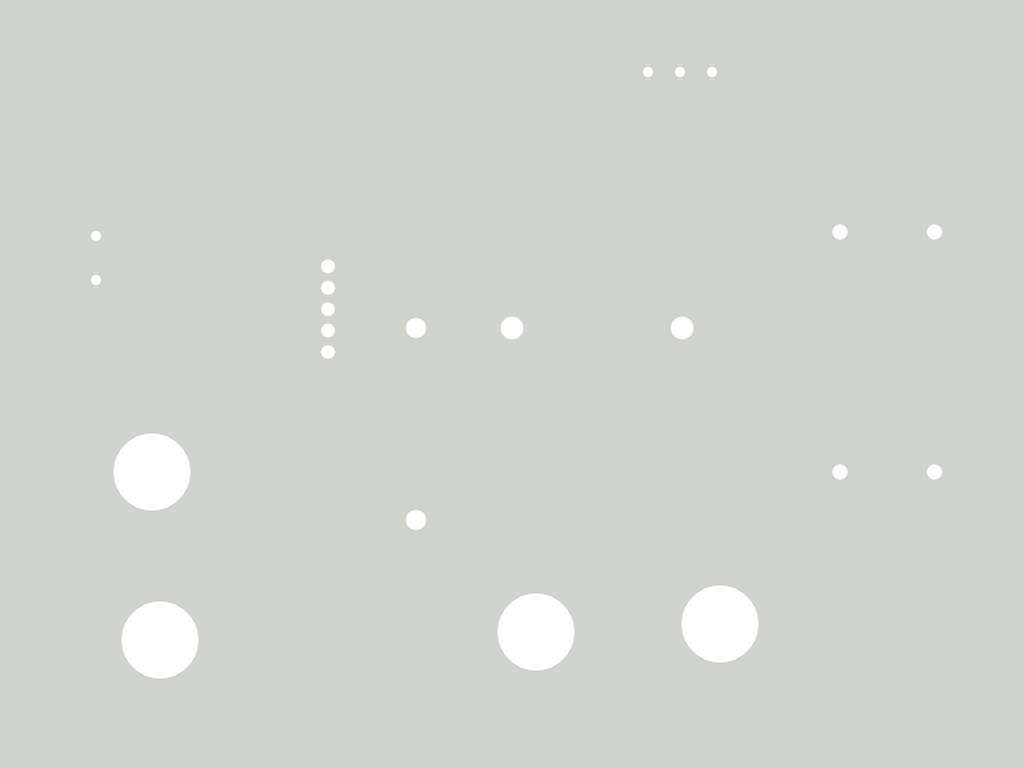
<source format=kicad_pcb>
(kicad_pcb (version 20171130) (host pcbnew 5.1.9)

  (general
    (thickness 1.6)
    (drawings 0)
    (tracks 9)
    (zones 0)
    (modules 12)
    (nets 6)
  )

  (page A4)
  (layers
    (0 F.Cu signal)
    (31 B.Cu signal)
    (32 B.Adhes user)
    (33 F.Adhes user)
    (34 B.Paste user)
    (35 F.Paste user)
    (36 B.SilkS user)
    (37 F.SilkS user)
    (38 B.Mask user)
    (39 F.Mask user)
    (40 Dwgs.User user)
    (41 Cmts.User user)
    (42 Eco1.User user)
    (43 Eco2.User user)
    (44 Edge.Cuts user)
    (45 Margin user)
    (46 B.CrtYd user)
    (47 F.CrtYd user)
    (48 B.Fab user)
    (49 F.Fab user)
  )

  (setup
    (last_trace_width 0.3048)
    (user_trace_width 1)
    (user_trace_width 5)
    (trace_clearance 0.2)
    (zone_clearance 1)
    (zone_45_only no)
    (trace_min 0.3048)
    (via_size 1.5)
    (via_drill 0.5)
    (via_min_size 1.309624)
    (via_min_drill 0.5)
    (uvia_size 0.3)
    (uvia_drill 0.1)
    (uvias_allowed no)
    (uvia_min_size 0.2)
    (uvia_min_drill 0.1)
    (edge_width 0.05)
    (segment_width 0.2)
    (pcb_text_width 0.3)
    (pcb_text_size 1.5 1.5)
    (mod_edge_width 0.12)
    (mod_text_size 1 1)
    (mod_text_width 0.15)
    (pad_size 1.524 1.524)
    (pad_drill 0.762)
    (pad_to_mask_clearance 0)
    (aux_axis_origin 0 0)
    (visible_elements FFFFFF7F)
    (pcbplotparams
      (layerselection 0x01088_7fffffff)
      (usegerberextensions false)
      (usegerberattributes true)
      (usegerberadvancedattributes true)
      (creategerberjobfile true)
      (excludeedgelayer true)
      (linewidth 0.100000)
      (plotframeref false)
      (viasonmask false)
      (mode 1)
      (useauxorigin false)
      (hpglpennumber 1)
      (hpglpenspeed 20)
      (hpglpendiameter 15.000000)
      (psnegative false)
      (psa4output false)
      (plotreference true)
      (plotvalue true)
      (plotinvisibletext false)
      (padsonsilk false)
      (subtractmaskfromsilk false)
      (outputformat 1)
      (mirror false)
      (drillshape 0)
      (scaleselection 1)
      (outputdirectory ""))
  )

  (net 0 "")
  (net 1 GND)
  (net 2 /Vin)
  (net 3 /VoutDC)
  (net 4 /VoutSW)
  (net 5 /Vfb)

  (net_class Default "This is the default net class."
    (clearance 0.2)
    (trace_width 0.3048)
    (via_dia 1.5)
    (via_drill 0.5)
    (uvia_dia 0.3)
    (uvia_drill 0.1)
    (diff_pair_width 0.3048)
    (diff_pair_gap 0.25)
    (add_net /Vfb)
    (add_net /Vin)
    (add_net /VoutDC)
    (add_net /VoutSW)
    (add_net GND)
  )

  (net_class 1A ""
    (clearance 0.5)
    (trace_width 1)
    (via_dia 1.5)
    (via_drill 0.5)
    (uvia_dia 0.3)
    (uvia_drill 0.1)
    (diff_pair_width 0.3048)
    (diff_pair_gap 0.25)
  )

  (module Capacitor_SMD:C_1206_3216Metric_Pad1.33x1.80mm_HandSolder (layer F.Cu) (tedit 5F68FEEF) (tstamp 602CBE46)
    (at 134.62 139.065)
    (descr "Capacitor SMD 1206 (3216 Metric), square (rectangular) end terminal, IPC_7351 nominal with elongated pad for handsoldering. (Body size source: IPC-SM-782 page 76, https://www.pcb-3d.com/wordpress/wp-content/uploads/ipc-sm-782a_amendment_1_and_2.pdf), generated with kicad-footprint-generator")
    (tags "capacitor handsolder")
    (path /5F9A41CA)
    (attr smd)
    (fp_text reference C2 (at 0 -1.85) (layer F.SilkS)
      (effects (font (size 1 1) (thickness 0.15)))
    )
    (fp_text value 0.22u (at 0 1.85) (layer F.Fab)
      (effects (font (size 1 1) (thickness 0.15)))
    )
    (fp_line (start -1.6 0.8) (end -1.6 -0.8) (layer F.Fab) (width 0.1))
    (fp_line (start -1.6 -0.8) (end 1.6 -0.8) (layer F.Fab) (width 0.1))
    (fp_line (start 1.6 -0.8) (end 1.6 0.8) (layer F.Fab) (width 0.1))
    (fp_line (start 1.6 0.8) (end -1.6 0.8) (layer F.Fab) (width 0.1))
    (fp_line (start -0.711252 -0.91) (end 0.711252 -0.91) (layer F.SilkS) (width 0.12))
    (fp_line (start -0.711252 0.91) (end 0.711252 0.91) (layer F.SilkS) (width 0.12))
    (fp_line (start -2.48 1.15) (end -2.48 -1.15) (layer F.CrtYd) (width 0.05))
    (fp_line (start -2.48 -1.15) (end 2.48 -1.15) (layer F.CrtYd) (width 0.05))
    (fp_line (start 2.48 -1.15) (end 2.48 1.15) (layer F.CrtYd) (width 0.05))
    (fp_line (start 2.48 1.15) (end -2.48 1.15) (layer F.CrtYd) (width 0.05))
    (fp_text user %R (at 0 0) (layer F.Fab)
      (effects (font (size 0.8 0.8) (thickness 0.12)))
    )
    (pad 2 smd roundrect (at 1.5625 0) (size 1.325 1.8) (layers F.Cu F.Paste F.Mask) (roundrect_rratio 0.1886784905660377)
      (net 1 GND))
    (pad 1 smd roundrect (at -1.5625 0) (size 1.325 1.8) (layers F.Cu F.Paste F.Mask) (roundrect_rratio 0.1886784905660377)
      (net 2 /Vin))
    (model ${KISYS3DMOD}/Capacitor_SMD.3dshapes/C_1206_3216Metric.wrl
      (at (xyz 0 0 0))
      (scale (xyz 1 1 1))
      (rotate (xyz 0 0 0))
    )
  )

  (module Potentiometer_THT:Potentiometer_Bourns_3296W_Vertical (layer F.Cu) (tedit 5A3D4994) (tstamp 602BBFA7)
    (at 164.465 108.585 180)
    (descr "Potentiometer, vertical, Bourns 3296W, https://www.bourns.com/pdfs/3296.pdf")
    (tags "Potentiometer vertical Bourns 3296W")
    (path /5F9A9436)
    (fp_text reference RV1 (at -2.54 -3.66) (layer F.SilkS)
      (effects (font (size 1 1) (thickness 0.15)))
    )
    (fp_text value 100k (at -2.54 3.67) (layer F.Fab)
      (effects (font (size 1 1) (thickness 0.15)))
    )
    (fp_line (start 2.5 -2.7) (end -7.6 -2.7) (layer F.CrtYd) (width 0.05))
    (fp_line (start 2.5 2.7) (end 2.5 -2.7) (layer F.CrtYd) (width 0.05))
    (fp_line (start -7.6 2.7) (end 2.5 2.7) (layer F.CrtYd) (width 0.05))
    (fp_line (start -7.6 -2.7) (end -7.6 2.7) (layer F.CrtYd) (width 0.05))
    (fp_line (start 2.345 -2.53) (end 2.345 2.54) (layer F.SilkS) (width 0.12))
    (fp_line (start -7.425 -2.53) (end -7.425 2.54) (layer F.SilkS) (width 0.12))
    (fp_line (start -7.425 2.54) (end 2.345 2.54) (layer F.SilkS) (width 0.12))
    (fp_line (start -7.425 -2.53) (end 2.345 -2.53) (layer F.SilkS) (width 0.12))
    (fp_line (start 0.955 2.235) (end 0.956 0.066) (layer F.Fab) (width 0.1))
    (fp_line (start 0.955 2.235) (end 0.956 0.066) (layer F.Fab) (width 0.1))
    (fp_line (start 2.225 -2.41) (end -7.305 -2.41) (layer F.Fab) (width 0.1))
    (fp_line (start 2.225 2.42) (end 2.225 -2.41) (layer F.Fab) (width 0.1))
    (fp_line (start -7.305 2.42) (end 2.225 2.42) (layer F.Fab) (width 0.1))
    (fp_line (start -7.305 -2.41) (end -7.305 2.42) (layer F.Fab) (width 0.1))
    (fp_circle (center 0.955 1.15) (end 2.05 1.15) (layer F.Fab) (width 0.1))
    (fp_text user %R (at -3.175 0.005) (layer F.Fab)
      (effects (font (size 1 1) (thickness 0.15)))
    )
    (pad 3 thru_hole circle (at -5.08 0 180) (size 1.44 1.44) (drill 0.8) (layers *.Cu *.Mask)
      (net 3 /VoutDC))
    (pad 2 thru_hole circle (at -2.54 0 180) (size 1.44 1.44) (drill 0.8) (layers *.Cu *.Mask)
      (net 5 /Vfb))
    (pad 1 thru_hole circle (at 0 0 180) (size 1.44 1.44) (drill 0.8) (layers *.Cu *.Mask)
      (net 1 GND))
    (model ${KISYS3DMOD}/Potentiometer_THT.3dshapes/Potentiometer_Bourns_3296W_Vertical.wrl
      (at (xyz 0 0 0))
      (scale (xyz 1 1 1))
      (rotate (xyz 0 0 0))
    )
  )

  (module Capacitor_THT:CP_Radial_D8.0mm_P3.50mm (layer F.Cu) (tedit 5AE50EF0) (tstamp 602B8F40)
    (at 120.65 125.095 90)
    (descr "CP, Radial series, Radial, pin pitch=3.50mm, , diameter=8mm, Electrolytic Capacitor")
    (tags "CP Radial series Radial pin pitch 3.50mm  diameter 8mm Electrolytic Capacitor")
    (path /5F9A3462)
    (fp_text reference C1 (at 1.75 -5.25 90) (layer F.SilkS)
      (effects (font (size 1 1) (thickness 0.15)))
    )
    (fp_text value 100u (at 1.75 5.25 90) (layer F.Fab)
      (effects (font (size 1 1) (thickness 0.15)))
    )
    (fp_line (start -2.259698 -2.715) (end -2.259698 -1.915) (layer F.SilkS) (width 0.12))
    (fp_line (start -2.659698 -2.315) (end -1.859698 -2.315) (layer F.SilkS) (width 0.12))
    (fp_line (start 5.831 -0.533) (end 5.831 0.533) (layer F.SilkS) (width 0.12))
    (fp_line (start 5.791 -0.768) (end 5.791 0.768) (layer F.SilkS) (width 0.12))
    (fp_line (start 5.751 -0.948) (end 5.751 0.948) (layer F.SilkS) (width 0.12))
    (fp_line (start 5.711 -1.098) (end 5.711 1.098) (layer F.SilkS) (width 0.12))
    (fp_line (start 5.671 -1.229) (end 5.671 1.229) (layer F.SilkS) (width 0.12))
    (fp_line (start 5.631 -1.346) (end 5.631 1.346) (layer F.SilkS) (width 0.12))
    (fp_line (start 5.591 -1.453) (end 5.591 1.453) (layer F.SilkS) (width 0.12))
    (fp_line (start 5.551 -1.552) (end 5.551 1.552) (layer F.SilkS) (width 0.12))
    (fp_line (start 5.511 -1.645) (end 5.511 1.645) (layer F.SilkS) (width 0.12))
    (fp_line (start 5.471 -1.731) (end 5.471 1.731) (layer F.SilkS) (width 0.12))
    (fp_line (start 5.431 -1.813) (end 5.431 1.813) (layer F.SilkS) (width 0.12))
    (fp_line (start 5.391 -1.89) (end 5.391 1.89) (layer F.SilkS) (width 0.12))
    (fp_line (start 5.351 -1.964) (end 5.351 1.964) (layer F.SilkS) (width 0.12))
    (fp_line (start 5.311 -2.034) (end 5.311 2.034) (layer F.SilkS) (width 0.12))
    (fp_line (start 5.271 -2.102) (end 5.271 2.102) (layer F.SilkS) (width 0.12))
    (fp_line (start 5.231 -2.166) (end 5.231 2.166) (layer F.SilkS) (width 0.12))
    (fp_line (start 5.191 -2.228) (end 5.191 2.228) (layer F.SilkS) (width 0.12))
    (fp_line (start 5.151 -2.287) (end 5.151 2.287) (layer F.SilkS) (width 0.12))
    (fp_line (start 5.111 -2.345) (end 5.111 2.345) (layer F.SilkS) (width 0.12))
    (fp_line (start 5.071 -2.4) (end 5.071 2.4) (layer F.SilkS) (width 0.12))
    (fp_line (start 5.031 -2.454) (end 5.031 2.454) (layer F.SilkS) (width 0.12))
    (fp_line (start 4.991 -2.505) (end 4.991 2.505) (layer F.SilkS) (width 0.12))
    (fp_line (start 4.951 -2.556) (end 4.951 2.556) (layer F.SilkS) (width 0.12))
    (fp_line (start 4.911 -2.604) (end 4.911 2.604) (layer F.SilkS) (width 0.12))
    (fp_line (start 4.871 -2.651) (end 4.871 2.651) (layer F.SilkS) (width 0.12))
    (fp_line (start 4.831 -2.697) (end 4.831 2.697) (layer F.SilkS) (width 0.12))
    (fp_line (start 4.791 -2.741) (end 4.791 2.741) (layer F.SilkS) (width 0.12))
    (fp_line (start 4.751 -2.784) (end 4.751 2.784) (layer F.SilkS) (width 0.12))
    (fp_line (start 4.711 -2.826) (end 4.711 2.826) (layer F.SilkS) (width 0.12))
    (fp_line (start 4.671 -2.867) (end 4.671 2.867) (layer F.SilkS) (width 0.12))
    (fp_line (start 4.631 -2.907) (end 4.631 2.907) (layer F.SilkS) (width 0.12))
    (fp_line (start 4.591 -2.945) (end 4.591 2.945) (layer F.SilkS) (width 0.12))
    (fp_line (start 4.551 -2.983) (end 4.551 2.983) (layer F.SilkS) (width 0.12))
    (fp_line (start 4.511 1.04) (end 4.511 3.019) (layer F.SilkS) (width 0.12))
    (fp_line (start 4.511 -3.019) (end 4.511 -1.04) (layer F.SilkS) (width 0.12))
    (fp_line (start 4.471 1.04) (end 4.471 3.055) (layer F.SilkS) (width 0.12))
    (fp_line (start 4.471 -3.055) (end 4.471 -1.04) (layer F.SilkS) (width 0.12))
    (fp_line (start 4.431 1.04) (end 4.431 3.09) (layer F.SilkS) (width 0.12))
    (fp_line (start 4.431 -3.09) (end 4.431 -1.04) (layer F.SilkS) (width 0.12))
    (fp_line (start 4.391 1.04) (end 4.391 3.124) (layer F.SilkS) (width 0.12))
    (fp_line (start 4.391 -3.124) (end 4.391 -1.04) (layer F.SilkS) (width 0.12))
    (fp_line (start 4.351 1.04) (end 4.351 3.156) (layer F.SilkS) (width 0.12))
    (fp_line (start 4.351 -3.156) (end 4.351 -1.04) (layer F.SilkS) (width 0.12))
    (fp_line (start 4.311 1.04) (end 4.311 3.189) (layer F.SilkS) (width 0.12))
    (fp_line (start 4.311 -3.189) (end 4.311 -1.04) (layer F.SilkS) (width 0.12))
    (fp_line (start 4.271 1.04) (end 4.271 3.22) (layer F.SilkS) (width 0.12))
    (fp_line (start 4.271 -3.22) (end 4.271 -1.04) (layer F.SilkS) (width 0.12))
    (fp_line (start 4.231 1.04) (end 4.231 3.25) (layer F.SilkS) (width 0.12))
    (fp_line (start 4.231 -3.25) (end 4.231 -1.04) (layer F.SilkS) (width 0.12))
    (fp_line (start 4.191 1.04) (end 4.191 3.28) (layer F.SilkS) (width 0.12))
    (fp_line (start 4.191 -3.28) (end 4.191 -1.04) (layer F.SilkS) (width 0.12))
    (fp_line (start 4.151 1.04) (end 4.151 3.309) (layer F.SilkS) (width 0.12))
    (fp_line (start 4.151 -3.309) (end 4.151 -1.04) (layer F.SilkS) (width 0.12))
    (fp_line (start 4.111 1.04) (end 4.111 3.338) (layer F.SilkS) (width 0.12))
    (fp_line (start 4.111 -3.338) (end 4.111 -1.04) (layer F.SilkS) (width 0.12))
    (fp_line (start 4.071 1.04) (end 4.071 3.365) (layer F.SilkS) (width 0.12))
    (fp_line (start 4.071 -3.365) (end 4.071 -1.04) (layer F.SilkS) (width 0.12))
    (fp_line (start 4.031 1.04) (end 4.031 3.392) (layer F.SilkS) (width 0.12))
    (fp_line (start 4.031 -3.392) (end 4.031 -1.04) (layer F.SilkS) (width 0.12))
    (fp_line (start 3.991 1.04) (end 3.991 3.418) (layer F.SilkS) (width 0.12))
    (fp_line (start 3.991 -3.418) (end 3.991 -1.04) (layer F.SilkS) (width 0.12))
    (fp_line (start 3.951 1.04) (end 3.951 3.444) (layer F.SilkS) (width 0.12))
    (fp_line (start 3.951 -3.444) (end 3.951 -1.04) (layer F.SilkS) (width 0.12))
    (fp_line (start 3.911 1.04) (end 3.911 3.469) (layer F.SilkS) (width 0.12))
    (fp_line (start 3.911 -3.469) (end 3.911 -1.04) (layer F.SilkS) (width 0.12))
    (fp_line (start 3.871 1.04) (end 3.871 3.493) (layer F.SilkS) (width 0.12))
    (fp_line (start 3.871 -3.493) (end 3.871 -1.04) (layer F.SilkS) (width 0.12))
    (fp_line (start 3.831 1.04) (end 3.831 3.517) (layer F.SilkS) (width 0.12))
    (fp_line (start 3.831 -3.517) (end 3.831 -1.04) (layer F.SilkS) (width 0.12))
    (fp_line (start 3.791 1.04) (end 3.791 3.54) (layer F.SilkS) (width 0.12))
    (fp_line (start 3.791 -3.54) (end 3.791 -1.04) (layer F.SilkS) (width 0.12))
    (fp_line (start 3.751 1.04) (end 3.751 3.562) (layer F.SilkS) (width 0.12))
    (fp_line (start 3.751 -3.562) (end 3.751 -1.04) (layer F.SilkS) (width 0.12))
    (fp_line (start 3.711 1.04) (end 3.711 3.584) (layer F.SilkS) (width 0.12))
    (fp_line (start 3.711 -3.584) (end 3.711 -1.04) (layer F.SilkS) (width 0.12))
    (fp_line (start 3.671 1.04) (end 3.671 3.606) (layer F.SilkS) (width 0.12))
    (fp_line (start 3.671 -3.606) (end 3.671 -1.04) (layer F.SilkS) (width 0.12))
    (fp_line (start 3.631 1.04) (end 3.631 3.627) (layer F.SilkS) (width 0.12))
    (fp_line (start 3.631 -3.627) (end 3.631 -1.04) (layer F.SilkS) (width 0.12))
    (fp_line (start 3.591 1.04) (end 3.591 3.647) (layer F.SilkS) (width 0.12))
    (fp_line (start 3.591 -3.647) (end 3.591 -1.04) (layer F.SilkS) (width 0.12))
    (fp_line (start 3.551 1.04) (end 3.551 3.666) (layer F.SilkS) (width 0.12))
    (fp_line (start 3.551 -3.666) (end 3.551 -1.04) (layer F.SilkS) (width 0.12))
    (fp_line (start 3.511 1.04) (end 3.511 3.686) (layer F.SilkS) (width 0.12))
    (fp_line (start 3.511 -3.686) (end 3.511 -1.04) (layer F.SilkS) (width 0.12))
    (fp_line (start 3.471 1.04) (end 3.471 3.704) (layer F.SilkS) (width 0.12))
    (fp_line (start 3.471 -3.704) (end 3.471 -1.04) (layer F.SilkS) (width 0.12))
    (fp_line (start 3.431 1.04) (end 3.431 3.722) (layer F.SilkS) (width 0.12))
    (fp_line (start 3.431 -3.722) (end 3.431 -1.04) (layer F.SilkS) (width 0.12))
    (fp_line (start 3.391 1.04) (end 3.391 3.74) (layer F.SilkS) (width 0.12))
    (fp_line (start 3.391 -3.74) (end 3.391 -1.04) (layer F.SilkS) (width 0.12))
    (fp_line (start 3.351 1.04) (end 3.351 3.757) (layer F.SilkS) (width 0.12))
    (fp_line (start 3.351 -3.757) (end 3.351 -1.04) (layer F.SilkS) (width 0.12))
    (fp_line (start 3.311 1.04) (end 3.311 3.774) (layer F.SilkS) (width 0.12))
    (fp_line (start 3.311 -3.774) (end 3.311 -1.04) (layer F.SilkS) (width 0.12))
    (fp_line (start 3.271 1.04) (end 3.271 3.79) (layer F.SilkS) (width 0.12))
    (fp_line (start 3.271 -3.79) (end 3.271 -1.04) (layer F.SilkS) (width 0.12))
    (fp_line (start 3.231 1.04) (end 3.231 3.805) (layer F.SilkS) (width 0.12))
    (fp_line (start 3.231 -3.805) (end 3.231 -1.04) (layer F.SilkS) (width 0.12))
    (fp_line (start 3.191 1.04) (end 3.191 3.821) (layer F.SilkS) (width 0.12))
    (fp_line (start 3.191 -3.821) (end 3.191 -1.04) (layer F.SilkS) (width 0.12))
    (fp_line (start 3.151 1.04) (end 3.151 3.835) (layer F.SilkS) (width 0.12))
    (fp_line (start 3.151 -3.835) (end 3.151 -1.04) (layer F.SilkS) (width 0.12))
    (fp_line (start 3.111 1.04) (end 3.111 3.85) (layer F.SilkS) (width 0.12))
    (fp_line (start 3.111 -3.85) (end 3.111 -1.04) (layer F.SilkS) (width 0.12))
    (fp_line (start 3.071 1.04) (end 3.071 3.863) (layer F.SilkS) (width 0.12))
    (fp_line (start 3.071 -3.863) (end 3.071 -1.04) (layer F.SilkS) (width 0.12))
    (fp_line (start 3.031 1.04) (end 3.031 3.877) (layer F.SilkS) (width 0.12))
    (fp_line (start 3.031 -3.877) (end 3.031 -1.04) (layer F.SilkS) (width 0.12))
    (fp_line (start 2.991 1.04) (end 2.991 3.889) (layer F.SilkS) (width 0.12))
    (fp_line (start 2.991 -3.889) (end 2.991 -1.04) (layer F.SilkS) (width 0.12))
    (fp_line (start 2.951 1.04) (end 2.951 3.902) (layer F.SilkS) (width 0.12))
    (fp_line (start 2.951 -3.902) (end 2.951 -1.04) (layer F.SilkS) (width 0.12))
    (fp_line (start 2.911 1.04) (end 2.911 3.914) (layer F.SilkS) (width 0.12))
    (fp_line (start 2.911 -3.914) (end 2.911 -1.04) (layer F.SilkS) (width 0.12))
    (fp_line (start 2.871 1.04) (end 2.871 3.925) (layer F.SilkS) (width 0.12))
    (fp_line (start 2.871 -3.925) (end 2.871 -1.04) (layer F.SilkS) (width 0.12))
    (fp_line (start 2.831 1.04) (end 2.831 3.936) (layer F.SilkS) (width 0.12))
    (fp_line (start 2.831 -3.936) (end 2.831 -1.04) (layer F.SilkS) (width 0.12))
    (fp_line (start 2.791 1.04) (end 2.791 3.947) (layer F.SilkS) (width 0.12))
    (fp_line (start 2.791 -3.947) (end 2.791 -1.04) (layer F.SilkS) (width 0.12))
    (fp_line (start 2.751 1.04) (end 2.751 3.957) (layer F.SilkS) (width 0.12))
    (fp_line (start 2.751 -3.957) (end 2.751 -1.04) (layer F.SilkS) (width 0.12))
    (fp_line (start 2.711 1.04) (end 2.711 3.967) (layer F.SilkS) (width 0.12))
    (fp_line (start 2.711 -3.967) (end 2.711 -1.04) (layer F.SilkS) (width 0.12))
    (fp_line (start 2.671 1.04) (end 2.671 3.976) (layer F.SilkS) (width 0.12))
    (fp_line (start 2.671 -3.976) (end 2.671 -1.04) (layer F.SilkS) (width 0.12))
    (fp_line (start 2.631 1.04) (end 2.631 3.985) (layer F.SilkS) (width 0.12))
    (fp_line (start 2.631 -3.985) (end 2.631 -1.04) (layer F.SilkS) (width 0.12))
    (fp_line (start 2.591 1.04) (end 2.591 3.994) (layer F.SilkS) (width 0.12))
    (fp_line (start 2.591 -3.994) (end 2.591 -1.04) (layer F.SilkS) (width 0.12))
    (fp_line (start 2.551 1.04) (end 2.551 4.002) (layer F.SilkS) (width 0.12))
    (fp_line (start 2.551 -4.002) (end 2.551 -1.04) (layer F.SilkS) (width 0.12))
    (fp_line (start 2.511 1.04) (end 2.511 4.01) (layer F.SilkS) (width 0.12))
    (fp_line (start 2.511 -4.01) (end 2.511 -1.04) (layer F.SilkS) (width 0.12))
    (fp_line (start 2.471 1.04) (end 2.471 4.017) (layer F.SilkS) (width 0.12))
    (fp_line (start 2.471 -4.017) (end 2.471 -1.04) (layer F.SilkS) (width 0.12))
    (fp_line (start 2.43 -4.024) (end 2.43 4.024) (layer F.SilkS) (width 0.12))
    (fp_line (start 2.39 -4.03) (end 2.39 4.03) (layer F.SilkS) (width 0.12))
    (fp_line (start 2.35 -4.037) (end 2.35 4.037) (layer F.SilkS) (width 0.12))
    (fp_line (start 2.31 -4.042) (end 2.31 4.042) (layer F.SilkS) (width 0.12))
    (fp_line (start 2.27 -4.048) (end 2.27 4.048) (layer F.SilkS) (width 0.12))
    (fp_line (start 2.23 -4.052) (end 2.23 4.052) (layer F.SilkS) (width 0.12))
    (fp_line (start 2.19 -4.057) (end 2.19 4.057) (layer F.SilkS) (width 0.12))
    (fp_line (start 2.15 -4.061) (end 2.15 4.061) (layer F.SilkS) (width 0.12))
    (fp_line (start 2.11 -4.065) (end 2.11 4.065) (layer F.SilkS) (width 0.12))
    (fp_line (start 2.07 -4.068) (end 2.07 4.068) (layer F.SilkS) (width 0.12))
    (fp_line (start 2.03 -4.071) (end 2.03 4.071) (layer F.SilkS) (width 0.12))
    (fp_line (start 1.99 -4.074) (end 1.99 4.074) (layer F.SilkS) (width 0.12))
    (fp_line (start 1.95 -4.076) (end 1.95 4.076) (layer F.SilkS) (width 0.12))
    (fp_line (start 1.91 -4.077) (end 1.91 4.077) (layer F.SilkS) (width 0.12))
    (fp_line (start 1.87 -4.079) (end 1.87 4.079) (layer F.SilkS) (width 0.12))
    (fp_line (start 1.83 -4.08) (end 1.83 4.08) (layer F.SilkS) (width 0.12))
    (fp_line (start 1.79 -4.08) (end 1.79 4.08) (layer F.SilkS) (width 0.12))
    (fp_line (start 1.75 -4.08) (end 1.75 4.08) (layer F.SilkS) (width 0.12))
    (fp_line (start -1.276759 -2.1475) (end -1.276759 -1.3475) (layer F.Fab) (width 0.1))
    (fp_line (start -1.676759 -1.7475) (end -0.876759 -1.7475) (layer F.Fab) (width 0.1))
    (fp_circle (center 1.75 0) (end 6 0) (layer F.CrtYd) (width 0.05))
    (fp_circle (center 1.75 0) (end 5.87 0) (layer F.SilkS) (width 0.12))
    (fp_circle (center 1.75 0) (end 5.75 0) (layer F.Fab) (width 0.1))
    (fp_text user %R (at 1.75 0 90) (layer F.Fab)
      (effects (font (size 1 1) (thickness 0.15)))
    )
    (pad 2 thru_hole circle (at 3.5 0 90) (size 1.6 1.6) (drill 0.8) (layers *.Cu *.Mask)
      (net 1 GND))
    (pad 1 thru_hole rect (at 0 0 90) (size 1.6 1.6) (drill 0.8) (layers *.Cu *.Mask)
      (net 2 /Vin))
    (model ${KISYS3DMOD}/Capacitor_THT.3dshapes/CP_Radial_D8.0mm_P3.50mm.wrl
      (at (xyz 0 0 0))
      (scale (xyz 1 1 1))
      (rotate (xyz 0 0 0))
    )
  )

  (module Package_TO_SOT_THT:TO-220-5_Vertical (layer F.Cu) (tedit 5AD11EBF) (tstamp 5FAB4338)
    (at 139.065 130.81 90)
    (descr "TO-220-5, Vertical, RM 1.7mm, Pentawatt, Multiwatt-5, see http://www.analog.com/media/en/package-pcb-resources/package/pkg_pdf/ltc-legacy-to-220/to-220_5_05-08-1421_straight_lead.pdf")
    (tags "TO-220-5 Vertical RM 1.7mm Pentawatt Multiwatt-5")
    (path /5FAC5C30)
    (fp_text reference U1 (at 3.4 -4.27 90) (layer F.SilkS)
      (effects (font (size 1 1) (thickness 0.15)))
    )
    (fp_text value LM2576T-ADJ (at 3.4 2.5 90) (layer F.Fab)
      (effects (font (size 1 1) (thickness 0.15)))
    )
    (fp_line (start -1.6 -3.15) (end -1.6 1.25) (layer F.Fab) (width 0.1))
    (fp_line (start -1.6 1.25) (end 8.4 1.25) (layer F.Fab) (width 0.1))
    (fp_line (start 8.4 1.25) (end 8.4 -3.15) (layer F.Fab) (width 0.1))
    (fp_line (start 8.4 -3.15) (end -1.6 -3.15) (layer F.Fab) (width 0.1))
    (fp_line (start -1.6 -1.88) (end 8.4 -1.88) (layer F.Fab) (width 0.1))
    (fp_line (start 1.55 -3.15) (end 1.55 -1.88) (layer F.Fab) (width 0.1))
    (fp_line (start 5.25 -3.15) (end 5.25 -1.88) (layer F.Fab) (width 0.1))
    (fp_line (start -1.721 -3.27) (end 8.52 -3.27) (layer F.SilkS) (width 0.12))
    (fp_line (start -1.721 1.371) (end 8.52 1.371) (layer F.SilkS) (width 0.12))
    (fp_line (start -1.721 -3.27) (end -1.721 1.371) (layer F.SilkS) (width 0.12))
    (fp_line (start 8.52 -3.27) (end 8.52 1.371) (layer F.SilkS) (width 0.12))
    (fp_line (start -1.721 -1.76) (end 8.52 -1.76) (layer F.SilkS) (width 0.12))
    (fp_line (start 1.55 -3.27) (end 1.55 -1.76) (layer F.SilkS) (width 0.12))
    (fp_line (start 5.25 -3.27) (end 5.25 -1.76) (layer F.SilkS) (width 0.12))
    (fp_line (start -1.85 -3.4) (end -1.85 1.51) (layer F.CrtYd) (width 0.05))
    (fp_line (start -1.85 1.51) (end 8.65 1.51) (layer F.CrtYd) (width 0.05))
    (fp_line (start 8.65 1.51) (end 8.65 -3.4) (layer F.CrtYd) (width 0.05))
    (fp_line (start 8.65 -3.4) (end -1.85 -3.4) (layer F.CrtYd) (width 0.05))
    (fp_text user %R (at 3.4 -4.27 90) (layer F.Fab)
      (effects (font (size 1 1) (thickness 0.15)))
    )
    (pad 5 thru_hole oval (at 6.8 0 90) (size 1.275 1.8) (drill 1.1) (layers *.Cu *.Mask)
      (net 1 GND))
    (pad 4 thru_hole oval (at 5.1 0 90) (size 1.275 1.8) (drill 1.1) (layers *.Cu *.Mask)
      (net 5 /Vfb))
    (pad 3 thru_hole oval (at 3.4 0 90) (size 1.275 1.8) (drill 1.1) (layers *.Cu *.Mask)
      (net 1 GND))
    (pad 2 thru_hole oval (at 1.7 0 90) (size 1.275 1.8) (drill 1.1) (layers *.Cu *.Mask)
      (net 4 /VoutSW))
    (pad 1 thru_hole rect (at 0 0 90) (size 1.275 1.8) (drill 1.1) (layers *.Cu *.Mask)
      (net 2 /Vin))
    (model ${KISYS3DMOD}/Package_TO_SOT_THT.3dshapes/TO-220-5_Vertical.wrl
      (at (xyz 0 0 0))
      (scale (xyz 1 1 1))
      (rotate (xyz 0 0 0))
    )
  )

  (module Inductor_THT:L_Toroid_Vertical_L31.8mm_W15.9mm_P13.50mm_Bourns_5700 (layer F.Cu) (tedit 5AE59B06) (tstamp 5FAB42E7)
    (at 153.67 128.905 90)
    (descr "L_Toroid, Vertical series, Radial, pin pitch=13.50mm, , length*width=31.8*15.9mm^2, Bourns, 5700, http://www.bourns.com/docs/Product-Datasheets/5700_series.pdf")
    (tags "L_Toroid Vertical series Radial pin pitch 13.50mm  length 31.8mm width 15.9mm Bourns 5700")
    (path /5F9A6079)
    (fp_text reference L1 (at 0 -3.05 90) (layer F.SilkS)
      (effects (font (size 1 1) (thickness 0.15)))
    )
    (fp_text value 500u (at 0 16.55 90) (layer F.Fab)
      (effects (font (size 1 1) (thickness 0.15)))
    )
    (fp_line (start -15.9 -1.2) (end -15.9 14.7) (layer F.Fab) (width 0.1))
    (fp_line (start -15.9 14.7) (end 15.9 14.7) (layer F.Fab) (width 0.1))
    (fp_line (start 15.9 14.7) (end 15.9 -1.2) (layer F.Fab) (width 0.1))
    (fp_line (start 15.9 -1.2) (end -15.9 -1.2) (layer F.Fab) (width 0.1))
    (fp_line (start -15.9 -1.2) (end -14.31 14.7) (layer F.Fab) (width 0.1))
    (fp_line (start -12.72 -1.2) (end -11.13 14.7) (layer F.Fab) (width 0.1))
    (fp_line (start -9.54 -1.2) (end -7.95 14.7) (layer F.Fab) (width 0.1))
    (fp_line (start -6.36 -1.2) (end -4.77 14.7) (layer F.Fab) (width 0.1))
    (fp_line (start -3.18 -1.2) (end -1.59 14.7) (layer F.Fab) (width 0.1))
    (fp_line (start 0 -1.2) (end 1.59 14.7) (layer F.Fab) (width 0.1))
    (fp_line (start 3.18 -1.2) (end 4.77 14.7) (layer F.Fab) (width 0.1))
    (fp_line (start 6.36 -1.2) (end 7.95 14.7) (layer F.Fab) (width 0.1))
    (fp_line (start 9.54 -1.2) (end 11.13 14.7) (layer F.Fab) (width 0.1))
    (fp_line (start 12.72 -1.2) (end 14.31 14.7) (layer F.Fab) (width 0.1))
    (fp_line (start -16.02 -1.32) (end -1.608 -1.32) (layer F.SilkS) (width 0.12))
    (fp_line (start 1.608 -1.32) (end 16.02 -1.32) (layer F.SilkS) (width 0.12))
    (fp_line (start -16.02 14.82) (end -1.608 14.82) (layer F.SilkS) (width 0.12))
    (fp_line (start 1.608 14.82) (end 16.02 14.82) (layer F.SilkS) (width 0.12))
    (fp_line (start -16.02 -1.32) (end -16.02 14.82) (layer F.SilkS) (width 0.12))
    (fp_line (start 16.02 -1.32) (end 16.02 14.82) (layer F.SilkS) (width 0.12))
    (fp_line (start -16.15 -2.06) (end -16.15 15.55) (layer F.CrtYd) (width 0.05))
    (fp_line (start -16.15 15.55) (end 16.15 15.55) (layer F.CrtYd) (width 0.05))
    (fp_line (start 16.15 15.55) (end 16.15 -2.06) (layer F.CrtYd) (width 0.05))
    (fp_line (start 16.15 -2.06) (end -16.15 -2.06) (layer F.CrtYd) (width 0.05))
    (fp_text user %R (at 6.75 0 90) (layer F.Fab)
      (effects (font (size 1 1) (thickness 0.15)))
    )
    (pad 2 thru_hole circle (at 0 13.5 90) (size 3.6 3.6) (drill 1.8) (layers *.Cu *.Mask)
      (net 3 /VoutDC))
    (pad 1 thru_hole circle (at 0 0 90) (size 3.6 3.6) (drill 1.8) (layers *.Cu *.Mask)
      (net 4 /VoutSW))
    (model ${KISYS3DMOD}/Inductor_THT.3dshapes/L_Toroid_Vertical_L31.8mm_W15.9mm_P13.50mm_Bourns_5700.wrl
      (at (xyz 0 0 0))
      (scale (xyz 1 1 1))
      (rotate (xyz 0 0 0))
    )
  )

  (module Connector:Banana_Jack_1Pin (layer F.Cu) (tedit 5A1AB217) (tstamp 5FAB42C8)
    (at 155.575 153.035)
    (descr "Single banana socket, footprint - 6mm drill")
    (tags "banana socket")
    (path /5F9B0E5E)
    (fp_text reference J4 (at 0 -6.5) (layer F.SilkS)
      (effects (font (size 1 1) (thickness 0.15)))
    )
    (fp_text value Conn_01x01_Female (at -0.25 6.5) (layer F.Fab)
      (effects (font (size 1 1) (thickness 0.15)))
    )
    (fp_circle (center 0 0) (end 5.75 0) (layer F.CrtYd) (width 0.05))
    (fp_circle (center 0 0) (end 2 0) (layer F.Fab) (width 0.1))
    (fp_circle (center 0 0) (end 4.85 0.05) (layer F.Fab) (width 0.1))
    (fp_circle (center 0 0) (end 5.5 0) (layer F.SilkS) (width 0.12))
    (fp_text user %R (at 0 0) (layer F.Fab)
      (effects (font (size 0.8 0.8) (thickness 0.12)))
    )
    (pad 1 thru_hole circle (at 0 0) (size 10.16 10.16) (drill 6.1) (layers *.Cu *.Mask)
      (net 1 GND))
    (model ${KISYS3DMOD}/Connector.3dshapes/Banana_Jack_1Pin.wrl
      (at (xyz 0 0 0))
      (scale (xyz 2 2 2))
      (rotate (xyz 0 0 0))
    )
  )

  (module Connector:Banana_Jack_1Pin (layer F.Cu) (tedit 5A1AB217) (tstamp 5FAB42BE)
    (at 170.18 152.4)
    (descr "Single banana socket, footprint - 6mm drill")
    (tags "banana socket")
    (path /5F9B0785)
    (fp_text reference J3 (at 0 -6.5) (layer F.SilkS)
      (effects (font (size 1 1) (thickness 0.15)))
    )
    (fp_text value Conn_01x01_Female (at -0.25 6.5) (layer F.Fab)
      (effects (font (size 1 1) (thickness 0.15)))
    )
    (fp_circle (center 0 0) (end 5.75 0) (layer F.CrtYd) (width 0.05))
    (fp_circle (center 0 0) (end 2 0) (layer F.Fab) (width 0.1))
    (fp_circle (center 0 0) (end 4.85 0.05) (layer F.Fab) (width 0.1))
    (fp_circle (center 0 0) (end 5.5 0) (layer F.SilkS) (width 0.12))
    (fp_text user %R (at 0 0) (layer F.Fab)
      (effects (font (size 0.8 0.8) (thickness 0.12)))
    )
    (pad 1 thru_hole circle (at 0 0) (size 10.16 10.16) (drill 6.1) (layers *.Cu *.Mask)
      (net 3 /VoutDC))
    (model ${KISYS3DMOD}/Connector.3dshapes/Banana_Jack_1Pin.wrl
      (at (xyz 0 0 0))
      (scale (xyz 2 2 2))
      (rotate (xyz 0 0 0))
    )
  )

  (module Connector:Banana_Jack_1Pin (layer F.Cu) (tedit 5A1AB217) (tstamp 5FAB42B4)
    (at 125.73 153.67)
    (descr "Single banana socket, footprint - 6mm drill")
    (tags "banana socket")
    (path /5F9B032F)
    (fp_text reference J2 (at 0 -6.5) (layer F.SilkS)
      (effects (font (size 1 1) (thickness 0.15)))
    )
    (fp_text value Conn_01x01_Female (at -0.25 6.5) (layer F.Fab)
      (effects (font (size 1 1) (thickness 0.15)))
    )
    (fp_circle (center 0 0) (end 5.75 0) (layer F.CrtYd) (width 0.05))
    (fp_circle (center 0 0) (end 2 0) (layer F.Fab) (width 0.1))
    (fp_circle (center 0 0) (end 4.85 0.05) (layer F.Fab) (width 0.1))
    (fp_circle (center 0 0) (end 5.5 0) (layer F.SilkS) (width 0.12))
    (fp_text user %R (at 0 0) (layer F.Fab)
      (effects (font (size 0.8 0.8) (thickness 0.12)))
    )
    (pad 1 thru_hole circle (at 0 0) (size 10.16 10.16) (drill 6.1) (layers *.Cu *.Mask)
      (net 1 GND))
    (model ${KISYS3DMOD}/Connector.3dshapes/Banana_Jack_1Pin.wrl
      (at (xyz 0 0 0))
      (scale (xyz 2 2 2))
      (rotate (xyz 0 0 0))
    )
  )

  (module Connector:Banana_Jack_1Pin (layer F.Cu) (tedit 5A1AB217) (tstamp 5FAB42AA)
    (at 125.095 140.335)
    (descr "Single banana socket, footprint - 6mm drill")
    (tags "banana socket")
    (path /5F9AFADE)
    (fp_text reference J1 (at 0 -6.5) (layer F.SilkS)
      (effects (font (size 1 1) (thickness 0.15)))
    )
    (fp_text value Conn_01x01_Female (at -0.25 6.5) (layer F.Fab)
      (effects (font (size 1 1) (thickness 0.15)))
    )
    (fp_circle (center 0 0) (end 5.75 0) (layer F.CrtYd) (width 0.05))
    (fp_circle (center 0 0) (end 2 0) (layer F.Fab) (width 0.1))
    (fp_circle (center 0 0) (end 4.85 0.05) (layer F.Fab) (width 0.1))
    (fp_circle (center 0 0) (end 5.5 0) (layer F.SilkS) (width 0.12))
    (fp_text user %R (at 0 0) (layer F.Fab)
      (effects (font (size 0.8 0.8) (thickness 0.12)))
    )
    (pad 1 thru_hole circle (at 0 0) (size 10.16 10.16) (drill 6.1) (layers *.Cu *.Mask)
      (net 2 /Vin))
    (model ${KISYS3DMOD}/Connector.3dshapes/Banana_Jack_1Pin.wrl
      (at (xyz 0 0 0))
      (scale (xyz 2 2 2))
      (rotate (xyz 0 0 0))
    )
  )

  (module Diode_THT:D_DO-201AD_P15.24mm_Horizontal (layer F.Cu) (tedit 5AE50CD5) (tstamp 5FAB42A0)
    (at 146.05 128.905 270)
    (descr "Diode, DO-201AD series, Axial, Horizontal, pin pitch=15.24mm, , length*diameter=9.5*5.2mm^2, , http://www.diodes.com/_files/packages/DO-201AD.pdf")
    (tags "Diode DO-201AD series Axial Horizontal pin pitch 15.24mm  length 9.5mm diameter 5.2mm")
    (path /5F9A4E9D)
    (fp_text reference D1 (at 7.62 -3.72 90) (layer F.SilkS)
      (effects (font (size 1 1) (thickness 0.15)))
    )
    (fp_text value 1N5822 (at 7.62 3.72 90) (layer F.Fab)
      (effects (font (size 1 1) (thickness 0.15)))
    )
    (fp_line (start 2.87 -2.6) (end 2.87 2.6) (layer F.Fab) (width 0.1))
    (fp_line (start 2.87 2.6) (end 12.37 2.6) (layer F.Fab) (width 0.1))
    (fp_line (start 12.37 2.6) (end 12.37 -2.6) (layer F.Fab) (width 0.1))
    (fp_line (start 12.37 -2.6) (end 2.87 -2.6) (layer F.Fab) (width 0.1))
    (fp_line (start 0 0) (end 2.87 0) (layer F.Fab) (width 0.1))
    (fp_line (start 15.24 0) (end 12.37 0) (layer F.Fab) (width 0.1))
    (fp_line (start 4.295 -2.6) (end 4.295 2.6) (layer F.Fab) (width 0.1))
    (fp_line (start 4.395 -2.6) (end 4.395 2.6) (layer F.Fab) (width 0.1))
    (fp_line (start 4.195 -2.6) (end 4.195 2.6) (layer F.Fab) (width 0.1))
    (fp_line (start 2.75 -2.72) (end 2.75 2.72) (layer F.SilkS) (width 0.12))
    (fp_line (start 2.75 2.72) (end 12.49 2.72) (layer F.SilkS) (width 0.12))
    (fp_line (start 12.49 2.72) (end 12.49 -2.72) (layer F.SilkS) (width 0.12))
    (fp_line (start 12.49 -2.72) (end 2.75 -2.72) (layer F.SilkS) (width 0.12))
    (fp_line (start 1.84 0) (end 2.75 0) (layer F.SilkS) (width 0.12))
    (fp_line (start 13.4 0) (end 12.49 0) (layer F.SilkS) (width 0.12))
    (fp_line (start 4.295 -2.72) (end 4.295 2.72) (layer F.SilkS) (width 0.12))
    (fp_line (start 4.415 -2.72) (end 4.415 2.72) (layer F.SilkS) (width 0.12))
    (fp_line (start 4.175 -2.72) (end 4.175 2.72) (layer F.SilkS) (width 0.12))
    (fp_line (start -1.85 -2.85) (end -1.85 2.85) (layer F.CrtYd) (width 0.05))
    (fp_line (start -1.85 2.85) (end 17.09 2.85) (layer F.CrtYd) (width 0.05))
    (fp_line (start 17.09 2.85) (end 17.09 -2.85) (layer F.CrtYd) (width 0.05))
    (fp_line (start 17.09 -2.85) (end -1.85 -2.85) (layer F.CrtYd) (width 0.05))
    (fp_text user K (at 0 -2.6 90) (layer F.SilkS)
      (effects (font (size 1 1) (thickness 0.15)))
    )
    (fp_text user K (at 0 -2.6 90) (layer F.Fab)
      (effects (font (size 1 1) (thickness 0.15)))
    )
    (fp_text user %R (at 8.3325 0 90) (layer F.Fab)
      (effects (font (size 1 1) (thickness 0.15)))
    )
    (pad 2 thru_hole oval (at 15.24 0 270) (size 3.2 3.2) (drill 1.6) (layers *.Cu *.Mask)
      (net 1 GND))
    (pad 1 thru_hole rect (at 0 0 270) (size 3.2 3.2) (drill 1.6) (layers *.Cu *.Mask)
      (net 4 /VoutSW))
    (model ${KISYS3DMOD}/Diode_THT.3dshapes/D_DO-201AD_P15.24mm_Horizontal.wrl
      (at (xyz 0 0 0))
      (scale (xyz 1 1 1))
      (rotate (xyz 0 0 0))
    )
  )

  (module Capacitor_THT:CP_Radial_D16.0mm_P7.50mm (layer F.Cu) (tedit 5AE50EF1) (tstamp 5FAB4281)
    (at 179.705 140.335)
    (descr "CP, Radial series, Radial, pin pitch=7.50mm, , diameter=16mm, Electrolytic Capacitor")
    (tags "CP Radial series Radial pin pitch 7.50mm  diameter 16mm Electrolytic Capacitor")
    (path /5F9A76B9)
    (fp_text reference C4 (at 3.75 -9.25) (layer F.SilkS)
      (effects (font (size 1 1) (thickness 0.15)))
    )
    (fp_text value 1000u (at 3.75 9.25) (layer F.Fab)
      (effects (font (size 1 1) (thickness 0.15)))
    )
    (fp_circle (center 3.75 0) (end 11.75 0) (layer F.Fab) (width 0.1))
    (fp_circle (center 3.75 0) (end 11.87 0) (layer F.SilkS) (width 0.12))
    (fp_circle (center 3.75 0) (end 12 0) (layer F.CrtYd) (width 0.05))
    (fp_line (start -3.125168 -3.5075) (end -1.525168 -3.5075) (layer F.Fab) (width 0.1))
    (fp_line (start -2.325168 -4.3075) (end -2.325168 -2.7075) (layer F.Fab) (width 0.1))
    (fp_line (start 3.75 -8.081) (end 3.75 8.081) (layer F.SilkS) (width 0.12))
    (fp_line (start 3.79 -8.08) (end 3.79 8.08) (layer F.SilkS) (width 0.12))
    (fp_line (start 3.83 -8.08) (end 3.83 8.08) (layer F.SilkS) (width 0.12))
    (fp_line (start 3.87 -8.08) (end 3.87 8.08) (layer F.SilkS) (width 0.12))
    (fp_line (start 3.91 -8.079) (end 3.91 8.079) (layer F.SilkS) (width 0.12))
    (fp_line (start 3.95 -8.078) (end 3.95 8.078) (layer F.SilkS) (width 0.12))
    (fp_line (start 3.99 -8.077) (end 3.99 8.077) (layer F.SilkS) (width 0.12))
    (fp_line (start 4.03 -8.076) (end 4.03 8.076) (layer F.SilkS) (width 0.12))
    (fp_line (start 4.07 -8.074) (end 4.07 8.074) (layer F.SilkS) (width 0.12))
    (fp_line (start 4.11 -8.073) (end 4.11 8.073) (layer F.SilkS) (width 0.12))
    (fp_line (start 4.15 -8.071) (end 4.15 8.071) (layer F.SilkS) (width 0.12))
    (fp_line (start 4.19 -8.069) (end 4.19 8.069) (layer F.SilkS) (width 0.12))
    (fp_line (start 4.23 -8.066) (end 4.23 8.066) (layer F.SilkS) (width 0.12))
    (fp_line (start 4.27 -8.064) (end 4.27 8.064) (layer F.SilkS) (width 0.12))
    (fp_line (start 4.31 -8.061) (end 4.31 8.061) (layer F.SilkS) (width 0.12))
    (fp_line (start 4.35 -8.058) (end 4.35 8.058) (layer F.SilkS) (width 0.12))
    (fp_line (start 4.39 -8.055) (end 4.39 8.055) (layer F.SilkS) (width 0.12))
    (fp_line (start 4.43 -8.052) (end 4.43 8.052) (layer F.SilkS) (width 0.12))
    (fp_line (start 4.471 -8.049) (end 4.471 8.049) (layer F.SilkS) (width 0.12))
    (fp_line (start 4.511 -8.045) (end 4.511 8.045) (layer F.SilkS) (width 0.12))
    (fp_line (start 4.551 -8.041) (end 4.551 8.041) (layer F.SilkS) (width 0.12))
    (fp_line (start 4.591 -8.037) (end 4.591 8.037) (layer F.SilkS) (width 0.12))
    (fp_line (start 4.631 -8.033) (end 4.631 8.033) (layer F.SilkS) (width 0.12))
    (fp_line (start 4.671 -8.028) (end 4.671 8.028) (layer F.SilkS) (width 0.12))
    (fp_line (start 4.711 -8.024) (end 4.711 8.024) (layer F.SilkS) (width 0.12))
    (fp_line (start 4.751 -8.019) (end 4.751 8.019) (layer F.SilkS) (width 0.12))
    (fp_line (start 4.791 -8.014) (end 4.791 8.014) (layer F.SilkS) (width 0.12))
    (fp_line (start 4.831 -8.008) (end 4.831 8.008) (layer F.SilkS) (width 0.12))
    (fp_line (start 4.871 -8.003) (end 4.871 8.003) (layer F.SilkS) (width 0.12))
    (fp_line (start 4.911 -7.997) (end 4.911 7.997) (layer F.SilkS) (width 0.12))
    (fp_line (start 4.951 -7.991) (end 4.951 7.991) (layer F.SilkS) (width 0.12))
    (fp_line (start 4.991 -7.985) (end 4.991 7.985) (layer F.SilkS) (width 0.12))
    (fp_line (start 5.031 -7.979) (end 5.031 7.979) (layer F.SilkS) (width 0.12))
    (fp_line (start 5.071 -7.972) (end 5.071 7.972) (layer F.SilkS) (width 0.12))
    (fp_line (start 5.111 -7.966) (end 5.111 7.966) (layer F.SilkS) (width 0.12))
    (fp_line (start 5.151 -7.959) (end 5.151 7.959) (layer F.SilkS) (width 0.12))
    (fp_line (start 5.191 -7.952) (end 5.191 7.952) (layer F.SilkS) (width 0.12))
    (fp_line (start 5.231 -7.944) (end 5.231 7.944) (layer F.SilkS) (width 0.12))
    (fp_line (start 5.271 -7.937) (end 5.271 7.937) (layer F.SilkS) (width 0.12))
    (fp_line (start 5.311 -7.929) (end 5.311 7.929) (layer F.SilkS) (width 0.12))
    (fp_line (start 5.351 -7.921) (end 5.351 7.921) (layer F.SilkS) (width 0.12))
    (fp_line (start 5.391 -7.913) (end 5.391 7.913) (layer F.SilkS) (width 0.12))
    (fp_line (start 5.431 -7.905) (end 5.431 7.905) (layer F.SilkS) (width 0.12))
    (fp_line (start 5.471 -7.896) (end 5.471 7.896) (layer F.SilkS) (width 0.12))
    (fp_line (start 5.511 -7.887) (end 5.511 7.887) (layer F.SilkS) (width 0.12))
    (fp_line (start 5.551 -7.878) (end 5.551 7.878) (layer F.SilkS) (width 0.12))
    (fp_line (start 5.591 -7.869) (end 5.591 7.869) (layer F.SilkS) (width 0.12))
    (fp_line (start 5.631 -7.86) (end 5.631 7.86) (layer F.SilkS) (width 0.12))
    (fp_line (start 5.671 -7.85) (end 5.671 7.85) (layer F.SilkS) (width 0.12))
    (fp_line (start 5.711 -7.84) (end 5.711 7.84) (layer F.SilkS) (width 0.12))
    (fp_line (start 5.751 -7.83) (end 5.751 7.83) (layer F.SilkS) (width 0.12))
    (fp_line (start 5.791 -7.82) (end 5.791 7.82) (layer F.SilkS) (width 0.12))
    (fp_line (start 5.831 -7.81) (end 5.831 7.81) (layer F.SilkS) (width 0.12))
    (fp_line (start 5.871 -7.799) (end 5.871 7.799) (layer F.SilkS) (width 0.12))
    (fp_line (start 5.911 -7.788) (end 5.911 7.788) (layer F.SilkS) (width 0.12))
    (fp_line (start 5.951 -7.777) (end 5.951 7.777) (layer F.SilkS) (width 0.12))
    (fp_line (start 5.991 -7.765) (end 5.991 7.765) (layer F.SilkS) (width 0.12))
    (fp_line (start 6.031 -7.754) (end 6.031 7.754) (layer F.SilkS) (width 0.12))
    (fp_line (start 6.071 -7.742) (end 6.071 -1.44) (layer F.SilkS) (width 0.12))
    (fp_line (start 6.071 1.44) (end 6.071 7.742) (layer F.SilkS) (width 0.12))
    (fp_line (start 6.111 -7.73) (end 6.111 -1.44) (layer F.SilkS) (width 0.12))
    (fp_line (start 6.111 1.44) (end 6.111 7.73) (layer F.SilkS) (width 0.12))
    (fp_line (start 6.151 -7.718) (end 6.151 -1.44) (layer F.SilkS) (width 0.12))
    (fp_line (start 6.151 1.44) (end 6.151 7.718) (layer F.SilkS) (width 0.12))
    (fp_line (start 6.191 -7.705) (end 6.191 -1.44) (layer F.SilkS) (width 0.12))
    (fp_line (start 6.191 1.44) (end 6.191 7.705) (layer F.SilkS) (width 0.12))
    (fp_line (start 6.231 -7.693) (end 6.231 -1.44) (layer F.SilkS) (width 0.12))
    (fp_line (start 6.231 1.44) (end 6.231 7.693) (layer F.SilkS) (width 0.12))
    (fp_line (start 6.271 -7.68) (end 6.271 -1.44) (layer F.SilkS) (width 0.12))
    (fp_line (start 6.271 1.44) (end 6.271 7.68) (layer F.SilkS) (width 0.12))
    (fp_line (start 6.311 -7.666) (end 6.311 -1.44) (layer F.SilkS) (width 0.12))
    (fp_line (start 6.311 1.44) (end 6.311 7.666) (layer F.SilkS) (width 0.12))
    (fp_line (start 6.351 -7.653) (end 6.351 -1.44) (layer F.SilkS) (width 0.12))
    (fp_line (start 6.351 1.44) (end 6.351 7.653) (layer F.SilkS) (width 0.12))
    (fp_line (start 6.391 -7.639) (end 6.391 -1.44) (layer F.SilkS) (width 0.12))
    (fp_line (start 6.391 1.44) (end 6.391 7.639) (layer F.SilkS) (width 0.12))
    (fp_line (start 6.431 -7.625) (end 6.431 -1.44) (layer F.SilkS) (width 0.12))
    (fp_line (start 6.431 1.44) (end 6.431 7.625) (layer F.SilkS) (width 0.12))
    (fp_line (start 6.471 -7.611) (end 6.471 -1.44) (layer F.SilkS) (width 0.12))
    (fp_line (start 6.471 1.44) (end 6.471 7.611) (layer F.SilkS) (width 0.12))
    (fp_line (start 6.511 -7.597) (end 6.511 -1.44) (layer F.SilkS) (width 0.12))
    (fp_line (start 6.511 1.44) (end 6.511 7.597) (layer F.SilkS) (width 0.12))
    (fp_line (start 6.551 -7.582) (end 6.551 -1.44) (layer F.SilkS) (width 0.12))
    (fp_line (start 6.551 1.44) (end 6.551 7.582) (layer F.SilkS) (width 0.12))
    (fp_line (start 6.591 -7.568) (end 6.591 -1.44) (layer F.SilkS) (width 0.12))
    (fp_line (start 6.591 1.44) (end 6.591 7.568) (layer F.SilkS) (width 0.12))
    (fp_line (start 6.631 -7.553) (end 6.631 -1.44) (layer F.SilkS) (width 0.12))
    (fp_line (start 6.631 1.44) (end 6.631 7.553) (layer F.SilkS) (width 0.12))
    (fp_line (start 6.671 -7.537) (end 6.671 -1.44) (layer F.SilkS) (width 0.12))
    (fp_line (start 6.671 1.44) (end 6.671 7.537) (layer F.SilkS) (width 0.12))
    (fp_line (start 6.711 -7.522) (end 6.711 -1.44) (layer F.SilkS) (width 0.12))
    (fp_line (start 6.711 1.44) (end 6.711 7.522) (layer F.SilkS) (width 0.12))
    (fp_line (start 6.751 -7.506) (end 6.751 -1.44) (layer F.SilkS) (width 0.12))
    (fp_line (start 6.751 1.44) (end 6.751 7.506) (layer F.SilkS) (width 0.12))
    (fp_line (start 6.791 -7.49) (end 6.791 -1.44) (layer F.SilkS) (width 0.12))
    (fp_line (start 6.791 1.44) (end 6.791 7.49) (layer F.SilkS) (width 0.12))
    (fp_line (start 6.831 -7.474) (end 6.831 -1.44) (layer F.SilkS) (width 0.12))
    (fp_line (start 6.831 1.44) (end 6.831 7.474) (layer F.SilkS) (width 0.12))
    (fp_line (start 6.871 -7.457) (end 6.871 -1.44) (layer F.SilkS) (width 0.12))
    (fp_line (start 6.871 1.44) (end 6.871 7.457) (layer F.SilkS) (width 0.12))
    (fp_line (start 6.911 -7.44) (end 6.911 -1.44) (layer F.SilkS) (width 0.12))
    (fp_line (start 6.911 1.44) (end 6.911 7.44) (layer F.SilkS) (width 0.12))
    (fp_line (start 6.951 -7.423) (end 6.951 -1.44) (layer F.SilkS) (width 0.12))
    (fp_line (start 6.951 1.44) (end 6.951 7.423) (layer F.SilkS) (width 0.12))
    (fp_line (start 6.991 -7.406) (end 6.991 -1.44) (layer F.SilkS) (width 0.12))
    (fp_line (start 6.991 1.44) (end 6.991 7.406) (layer F.SilkS) (width 0.12))
    (fp_line (start 7.031 -7.389) (end 7.031 -1.44) (layer F.SilkS) (width 0.12))
    (fp_line (start 7.031 1.44) (end 7.031 7.389) (layer F.SilkS) (width 0.12))
    (fp_line (start 7.071 -7.371) (end 7.071 -1.44) (layer F.SilkS) (width 0.12))
    (fp_line (start 7.071 1.44) (end 7.071 7.371) (layer F.SilkS) (width 0.12))
    (fp_line (start 7.111 -7.353) (end 7.111 -1.44) (layer F.SilkS) (width 0.12))
    (fp_line (start 7.111 1.44) (end 7.111 7.353) (layer F.SilkS) (width 0.12))
    (fp_line (start 7.151 -7.334) (end 7.151 -1.44) (layer F.SilkS) (width 0.12))
    (fp_line (start 7.151 1.44) (end 7.151 7.334) (layer F.SilkS) (width 0.12))
    (fp_line (start 7.191 -7.316) (end 7.191 -1.44) (layer F.SilkS) (width 0.12))
    (fp_line (start 7.191 1.44) (end 7.191 7.316) (layer F.SilkS) (width 0.12))
    (fp_line (start 7.231 -7.297) (end 7.231 -1.44) (layer F.SilkS) (width 0.12))
    (fp_line (start 7.231 1.44) (end 7.231 7.297) (layer F.SilkS) (width 0.12))
    (fp_line (start 7.271 -7.278) (end 7.271 -1.44) (layer F.SilkS) (width 0.12))
    (fp_line (start 7.271 1.44) (end 7.271 7.278) (layer F.SilkS) (width 0.12))
    (fp_line (start 7.311 -7.258) (end 7.311 -1.44) (layer F.SilkS) (width 0.12))
    (fp_line (start 7.311 1.44) (end 7.311 7.258) (layer F.SilkS) (width 0.12))
    (fp_line (start 7.351 -7.239) (end 7.351 -1.44) (layer F.SilkS) (width 0.12))
    (fp_line (start 7.351 1.44) (end 7.351 7.239) (layer F.SilkS) (width 0.12))
    (fp_line (start 7.391 -7.219) (end 7.391 -1.44) (layer F.SilkS) (width 0.12))
    (fp_line (start 7.391 1.44) (end 7.391 7.219) (layer F.SilkS) (width 0.12))
    (fp_line (start 7.431 -7.199) (end 7.431 -1.44) (layer F.SilkS) (width 0.12))
    (fp_line (start 7.431 1.44) (end 7.431 7.199) (layer F.SilkS) (width 0.12))
    (fp_line (start 7.471 -7.178) (end 7.471 -1.44) (layer F.SilkS) (width 0.12))
    (fp_line (start 7.471 1.44) (end 7.471 7.178) (layer F.SilkS) (width 0.12))
    (fp_line (start 7.511 -7.157) (end 7.511 -1.44) (layer F.SilkS) (width 0.12))
    (fp_line (start 7.511 1.44) (end 7.511 7.157) (layer F.SilkS) (width 0.12))
    (fp_line (start 7.551 -7.136) (end 7.551 -1.44) (layer F.SilkS) (width 0.12))
    (fp_line (start 7.551 1.44) (end 7.551 7.136) (layer F.SilkS) (width 0.12))
    (fp_line (start 7.591 -7.115) (end 7.591 -1.44) (layer F.SilkS) (width 0.12))
    (fp_line (start 7.591 1.44) (end 7.591 7.115) (layer F.SilkS) (width 0.12))
    (fp_line (start 7.631 -7.094) (end 7.631 -1.44) (layer F.SilkS) (width 0.12))
    (fp_line (start 7.631 1.44) (end 7.631 7.094) (layer F.SilkS) (width 0.12))
    (fp_line (start 7.671 -7.072) (end 7.671 -1.44) (layer F.SilkS) (width 0.12))
    (fp_line (start 7.671 1.44) (end 7.671 7.072) (layer F.SilkS) (width 0.12))
    (fp_line (start 7.711 -7.049) (end 7.711 -1.44) (layer F.SilkS) (width 0.12))
    (fp_line (start 7.711 1.44) (end 7.711 7.049) (layer F.SilkS) (width 0.12))
    (fp_line (start 7.751 -7.027) (end 7.751 -1.44) (layer F.SilkS) (width 0.12))
    (fp_line (start 7.751 1.44) (end 7.751 7.027) (layer F.SilkS) (width 0.12))
    (fp_line (start 7.791 -7.004) (end 7.791 -1.44) (layer F.SilkS) (width 0.12))
    (fp_line (start 7.791 1.44) (end 7.791 7.004) (layer F.SilkS) (width 0.12))
    (fp_line (start 7.831 -6.981) (end 7.831 -1.44) (layer F.SilkS) (width 0.12))
    (fp_line (start 7.831 1.44) (end 7.831 6.981) (layer F.SilkS) (width 0.12))
    (fp_line (start 7.871 -6.958) (end 7.871 -1.44) (layer F.SilkS) (width 0.12))
    (fp_line (start 7.871 1.44) (end 7.871 6.958) (layer F.SilkS) (width 0.12))
    (fp_line (start 7.911 -6.934) (end 7.911 -1.44) (layer F.SilkS) (width 0.12))
    (fp_line (start 7.911 1.44) (end 7.911 6.934) (layer F.SilkS) (width 0.12))
    (fp_line (start 7.951 -6.91) (end 7.951 -1.44) (layer F.SilkS) (width 0.12))
    (fp_line (start 7.951 1.44) (end 7.951 6.91) (layer F.SilkS) (width 0.12))
    (fp_line (start 7.991 -6.886) (end 7.991 -1.44) (layer F.SilkS) (width 0.12))
    (fp_line (start 7.991 1.44) (end 7.991 6.886) (layer F.SilkS) (width 0.12))
    (fp_line (start 8.031 -6.861) (end 8.031 -1.44) (layer F.SilkS) (width 0.12))
    (fp_line (start 8.031 1.44) (end 8.031 6.861) (layer F.SilkS) (width 0.12))
    (fp_line (start 8.071 -6.836) (end 8.071 -1.44) (layer F.SilkS) (width 0.12))
    (fp_line (start 8.071 1.44) (end 8.071 6.836) (layer F.SilkS) (width 0.12))
    (fp_line (start 8.111 -6.811) (end 8.111 -1.44) (layer F.SilkS) (width 0.12))
    (fp_line (start 8.111 1.44) (end 8.111 6.811) (layer F.SilkS) (width 0.12))
    (fp_line (start 8.151 -6.785) (end 8.151 -1.44) (layer F.SilkS) (width 0.12))
    (fp_line (start 8.151 1.44) (end 8.151 6.785) (layer F.SilkS) (width 0.12))
    (fp_line (start 8.191 -6.759) (end 8.191 -1.44) (layer F.SilkS) (width 0.12))
    (fp_line (start 8.191 1.44) (end 8.191 6.759) (layer F.SilkS) (width 0.12))
    (fp_line (start 8.231 -6.733) (end 8.231 -1.44) (layer F.SilkS) (width 0.12))
    (fp_line (start 8.231 1.44) (end 8.231 6.733) (layer F.SilkS) (width 0.12))
    (fp_line (start 8.271 -6.706) (end 8.271 -1.44) (layer F.SilkS) (width 0.12))
    (fp_line (start 8.271 1.44) (end 8.271 6.706) (layer F.SilkS) (width 0.12))
    (fp_line (start 8.311 -6.679) (end 8.311 -1.44) (layer F.SilkS) (width 0.12))
    (fp_line (start 8.311 1.44) (end 8.311 6.679) (layer F.SilkS) (width 0.12))
    (fp_line (start 8.351 -6.652) (end 8.351 -1.44) (layer F.SilkS) (width 0.12))
    (fp_line (start 8.351 1.44) (end 8.351 6.652) (layer F.SilkS) (width 0.12))
    (fp_line (start 8.391 -6.624) (end 8.391 -1.44) (layer F.SilkS) (width 0.12))
    (fp_line (start 8.391 1.44) (end 8.391 6.624) (layer F.SilkS) (width 0.12))
    (fp_line (start 8.431 -6.596) (end 8.431 -1.44) (layer F.SilkS) (width 0.12))
    (fp_line (start 8.431 1.44) (end 8.431 6.596) (layer F.SilkS) (width 0.12))
    (fp_line (start 8.471 -6.568) (end 8.471 -1.44) (layer F.SilkS) (width 0.12))
    (fp_line (start 8.471 1.44) (end 8.471 6.568) (layer F.SilkS) (width 0.12))
    (fp_line (start 8.511 -6.539) (end 8.511 -1.44) (layer F.SilkS) (width 0.12))
    (fp_line (start 8.511 1.44) (end 8.511 6.539) (layer F.SilkS) (width 0.12))
    (fp_line (start 8.551 -6.51) (end 8.551 -1.44) (layer F.SilkS) (width 0.12))
    (fp_line (start 8.551 1.44) (end 8.551 6.51) (layer F.SilkS) (width 0.12))
    (fp_line (start 8.591 -6.48) (end 8.591 -1.44) (layer F.SilkS) (width 0.12))
    (fp_line (start 8.591 1.44) (end 8.591 6.48) (layer F.SilkS) (width 0.12))
    (fp_line (start 8.631 -6.45) (end 8.631 -1.44) (layer F.SilkS) (width 0.12))
    (fp_line (start 8.631 1.44) (end 8.631 6.45) (layer F.SilkS) (width 0.12))
    (fp_line (start 8.671 -6.42) (end 8.671 -1.44) (layer F.SilkS) (width 0.12))
    (fp_line (start 8.671 1.44) (end 8.671 6.42) (layer F.SilkS) (width 0.12))
    (fp_line (start 8.711 -6.39) (end 8.711 -1.44) (layer F.SilkS) (width 0.12))
    (fp_line (start 8.711 1.44) (end 8.711 6.39) (layer F.SilkS) (width 0.12))
    (fp_line (start 8.751 -6.358) (end 8.751 -1.44) (layer F.SilkS) (width 0.12))
    (fp_line (start 8.751 1.44) (end 8.751 6.358) (layer F.SilkS) (width 0.12))
    (fp_line (start 8.791 -6.327) (end 8.791 -1.44) (layer F.SilkS) (width 0.12))
    (fp_line (start 8.791 1.44) (end 8.791 6.327) (layer F.SilkS) (width 0.12))
    (fp_line (start 8.831 -6.295) (end 8.831 -1.44) (layer F.SilkS) (width 0.12))
    (fp_line (start 8.831 1.44) (end 8.831 6.295) (layer F.SilkS) (width 0.12))
    (fp_line (start 8.871 -6.263) (end 8.871 -1.44) (layer F.SilkS) (width 0.12))
    (fp_line (start 8.871 1.44) (end 8.871 6.263) (layer F.SilkS) (width 0.12))
    (fp_line (start 8.911 -6.23) (end 8.911 -1.44) (layer F.SilkS) (width 0.12))
    (fp_line (start 8.911 1.44) (end 8.911 6.23) (layer F.SilkS) (width 0.12))
    (fp_line (start 8.951 -6.197) (end 8.951 6.197) (layer F.SilkS) (width 0.12))
    (fp_line (start 8.991 -6.163) (end 8.991 6.163) (layer F.SilkS) (width 0.12))
    (fp_line (start 9.031 -6.129) (end 9.031 6.129) (layer F.SilkS) (width 0.12))
    (fp_line (start 9.071 -6.095) (end 9.071 6.095) (layer F.SilkS) (width 0.12))
    (fp_line (start 9.111 -6.06) (end 9.111 6.06) (layer F.SilkS) (width 0.12))
    (fp_line (start 9.151 -6.025) (end 9.151 6.025) (layer F.SilkS) (width 0.12))
    (fp_line (start 9.191 -5.989) (end 9.191 5.989) (layer F.SilkS) (width 0.12))
    (fp_line (start 9.231 -5.952) (end 9.231 5.952) (layer F.SilkS) (width 0.12))
    (fp_line (start 9.271 -5.916) (end 9.271 5.916) (layer F.SilkS) (width 0.12))
    (fp_line (start 9.311 -5.878) (end 9.311 5.878) (layer F.SilkS) (width 0.12))
    (fp_line (start 9.351 -5.84) (end 9.351 5.84) (layer F.SilkS) (width 0.12))
    (fp_line (start 9.391 -5.802) (end 9.391 5.802) (layer F.SilkS) (width 0.12))
    (fp_line (start 9.431 -5.763) (end 9.431 5.763) (layer F.SilkS) (width 0.12))
    (fp_line (start 9.471 -5.724) (end 9.471 5.724) (layer F.SilkS) (width 0.12))
    (fp_line (start 9.511 -5.684) (end 9.511 5.684) (layer F.SilkS) (width 0.12))
    (fp_line (start 9.551 -5.643) (end 9.551 5.643) (layer F.SilkS) (width 0.12))
    (fp_line (start 9.591 -5.602) (end 9.591 5.602) (layer F.SilkS) (width 0.12))
    (fp_line (start 9.631 -5.56) (end 9.631 5.56) (layer F.SilkS) (width 0.12))
    (fp_line (start 9.671 -5.518) (end 9.671 5.518) (layer F.SilkS) (width 0.12))
    (fp_line (start 9.711 -5.475) (end 9.711 5.475) (layer F.SilkS) (width 0.12))
    (fp_line (start 9.751 -5.432) (end 9.751 5.432) (layer F.SilkS) (width 0.12))
    (fp_line (start 9.791 -5.388) (end 9.791 5.388) (layer F.SilkS) (width 0.12))
    (fp_line (start 9.831 -5.343) (end 9.831 5.343) (layer F.SilkS) (width 0.12))
    (fp_line (start 9.871 -5.297) (end 9.871 5.297) (layer F.SilkS) (width 0.12))
    (fp_line (start 9.911 -5.251) (end 9.911 5.251) (layer F.SilkS) (width 0.12))
    (fp_line (start 9.951 -5.204) (end 9.951 5.204) (layer F.SilkS) (width 0.12))
    (fp_line (start 9.991 -5.156) (end 9.991 5.156) (layer F.SilkS) (width 0.12))
    (fp_line (start 10.031 -5.108) (end 10.031 5.108) (layer F.SilkS) (width 0.12))
    (fp_line (start 10.071 -5.059) (end 10.071 5.059) (layer F.SilkS) (width 0.12))
    (fp_line (start 10.111 -5.009) (end 10.111 5.009) (layer F.SilkS) (width 0.12))
    (fp_line (start 10.151 -4.958) (end 10.151 4.958) (layer F.SilkS) (width 0.12))
    (fp_line (start 10.191 -4.906) (end 10.191 4.906) (layer F.SilkS) (width 0.12))
    (fp_line (start 10.231 -4.854) (end 10.231 4.854) (layer F.SilkS) (width 0.12))
    (fp_line (start 10.271 -4.8) (end 10.271 4.8) (layer F.SilkS) (width 0.12))
    (fp_line (start 10.311 -4.746) (end 10.311 4.746) (layer F.SilkS) (width 0.12))
    (fp_line (start 10.351 -4.691) (end 10.351 4.691) (layer F.SilkS) (width 0.12))
    (fp_line (start 10.391 -4.634) (end 10.391 4.634) (layer F.SilkS) (width 0.12))
    (fp_line (start 10.431 -4.577) (end 10.431 4.577) (layer F.SilkS) (width 0.12))
    (fp_line (start 10.471 -4.519) (end 10.471 4.519) (layer F.SilkS) (width 0.12))
    (fp_line (start 10.511 -4.459) (end 10.511 4.459) (layer F.SilkS) (width 0.12))
    (fp_line (start 10.551 -4.398) (end 10.551 4.398) (layer F.SilkS) (width 0.12))
    (fp_line (start 10.591 -4.336) (end 10.591 4.336) (layer F.SilkS) (width 0.12))
    (fp_line (start 10.631 -4.273) (end 10.631 4.273) (layer F.SilkS) (width 0.12))
    (fp_line (start 10.671 -4.209) (end 10.671 4.209) (layer F.SilkS) (width 0.12))
    (fp_line (start 10.711 -4.143) (end 10.711 4.143) (layer F.SilkS) (width 0.12))
    (fp_line (start 10.751 -4.076) (end 10.751 4.076) (layer F.SilkS) (width 0.12))
    (fp_line (start 10.791 -4.007) (end 10.791 4.007) (layer F.SilkS) (width 0.12))
    (fp_line (start 10.831 -3.936) (end 10.831 3.936) (layer F.SilkS) (width 0.12))
    (fp_line (start 10.871 -3.864) (end 10.871 3.864) (layer F.SilkS) (width 0.12))
    (fp_line (start 10.911 -3.79) (end 10.911 3.79) (layer F.SilkS) (width 0.12))
    (fp_line (start 10.951 -3.715) (end 10.951 3.715) (layer F.SilkS) (width 0.12))
    (fp_line (start 10.991 -3.637) (end 10.991 3.637) (layer F.SilkS) (width 0.12))
    (fp_line (start 11.031 -3.557) (end 11.031 3.557) (layer F.SilkS) (width 0.12))
    (fp_line (start 11.071 -3.475) (end 11.071 3.475) (layer F.SilkS) (width 0.12))
    (fp_line (start 11.111 -3.39) (end 11.111 3.39) (layer F.SilkS) (width 0.12))
    (fp_line (start 11.151 -3.303) (end 11.151 3.303) (layer F.SilkS) (width 0.12))
    (fp_line (start 11.191 -3.213) (end 11.191 3.213) (layer F.SilkS) (width 0.12))
    (fp_line (start 11.231 -3.12) (end 11.231 3.12) (layer F.SilkS) (width 0.12))
    (fp_line (start 11.271 -3.024) (end 11.271 3.024) (layer F.SilkS) (width 0.12))
    (fp_line (start 11.311 -2.924) (end 11.311 2.924) (layer F.SilkS) (width 0.12))
    (fp_line (start 11.351 -2.82) (end 11.351 2.82) (layer F.SilkS) (width 0.12))
    (fp_line (start 11.391 -2.711) (end 11.391 2.711) (layer F.SilkS) (width 0.12))
    (fp_line (start 11.431 -2.597) (end 11.431 2.597) (layer F.SilkS) (width 0.12))
    (fp_line (start 11.471 -2.478) (end 11.471 2.478) (layer F.SilkS) (width 0.12))
    (fp_line (start 11.511 -2.351) (end 11.511 2.351) (layer F.SilkS) (width 0.12))
    (fp_line (start 11.551 -2.218) (end 11.551 2.218) (layer F.SilkS) (width 0.12))
    (fp_line (start 11.591 -2.074) (end 11.591 2.074) (layer F.SilkS) (width 0.12))
    (fp_line (start 11.631 -1.92) (end 11.631 1.92) (layer F.SilkS) (width 0.12))
    (fp_line (start 11.671 -1.752) (end 11.671 1.752) (layer F.SilkS) (width 0.12))
    (fp_line (start 11.711 -1.564) (end 11.711 1.564) (layer F.SilkS) (width 0.12))
    (fp_line (start 11.751 -1.351) (end 11.751 1.351) (layer F.SilkS) (width 0.12))
    (fp_line (start 11.791 -1.098) (end 11.791 1.098) (layer F.SilkS) (width 0.12))
    (fp_line (start 11.831 -0.765) (end 11.831 0.765) (layer F.SilkS) (width 0.12))
    (fp_line (start -4.939491 -4.555) (end -3.339491 -4.555) (layer F.SilkS) (width 0.12))
    (fp_line (start -4.139491 -5.355) (end -4.139491 -3.755) (layer F.SilkS) (width 0.12))
    (fp_text user %R (at 3.75 0) (layer F.Fab)
      (effects (font (size 1 1) (thickness 0.15)))
    )
    (pad 2 thru_hole circle (at 7.5 0) (size 2.4 2.4) (drill 1.2) (layers *.Cu *.Mask)
      (net 1 GND))
    (pad 1 thru_hole rect (at 0 0) (size 2.4 2.4) (drill 1.2) (layers *.Cu *.Mask)
      (net 3 /VoutDC))
    (model ${KISYS3DMOD}/Capacitor_THT.3dshapes/CP_Radial_D16.0mm_P7.50mm.wrl
      (at (xyz 0 0 0))
      (scale (xyz 1 1 1))
      (rotate (xyz 0 0 0))
    )
  )

  (module Capacitor_THT:CP_Radial_D16.0mm_P7.50mm (layer F.Cu) (tedit 5AE50EF1) (tstamp 5FAB4160)
    (at 179.705 121.285)
    (descr "CP, Radial series, Radial, pin pitch=7.50mm, , diameter=16mm, Electrolytic Capacitor")
    (tags "CP Radial series Radial pin pitch 7.50mm  diameter 16mm Electrolytic Capacitor")
    (path /5F9A6F9E)
    (fp_text reference C3 (at 3.75 -9.25) (layer F.SilkS)
      (effects (font (size 1 1) (thickness 0.15)))
    )
    (fp_text value 1000u (at 3.75 9.25) (layer F.Fab)
      (effects (font (size 1 1) (thickness 0.15)))
    )
    (fp_circle (center 3.75 0) (end 11.75 0) (layer F.Fab) (width 0.1))
    (fp_circle (center 3.75 0) (end 11.87 0) (layer F.SilkS) (width 0.12))
    (fp_circle (center 3.75 0) (end 12 0) (layer F.CrtYd) (width 0.05))
    (fp_line (start -3.125168 -3.5075) (end -1.525168 -3.5075) (layer F.Fab) (width 0.1))
    (fp_line (start -2.325168 -4.3075) (end -2.325168 -2.7075) (layer F.Fab) (width 0.1))
    (fp_line (start 3.75 -8.081) (end 3.75 8.081) (layer F.SilkS) (width 0.12))
    (fp_line (start 3.79 -8.08) (end 3.79 8.08) (layer F.SilkS) (width 0.12))
    (fp_line (start 3.83 -8.08) (end 3.83 8.08) (layer F.SilkS) (width 0.12))
    (fp_line (start 3.87 -8.08) (end 3.87 8.08) (layer F.SilkS) (width 0.12))
    (fp_line (start 3.91 -8.079) (end 3.91 8.079) (layer F.SilkS) (width 0.12))
    (fp_line (start 3.95 -8.078) (end 3.95 8.078) (layer F.SilkS) (width 0.12))
    (fp_line (start 3.99 -8.077) (end 3.99 8.077) (layer F.SilkS) (width 0.12))
    (fp_line (start 4.03 -8.076) (end 4.03 8.076) (layer F.SilkS) (width 0.12))
    (fp_line (start 4.07 -8.074) (end 4.07 8.074) (layer F.SilkS) (width 0.12))
    (fp_line (start 4.11 -8.073) (end 4.11 8.073) (layer F.SilkS) (width 0.12))
    (fp_line (start 4.15 -8.071) (end 4.15 8.071) (layer F.SilkS) (width 0.12))
    (fp_line (start 4.19 -8.069) (end 4.19 8.069) (layer F.SilkS) (width 0.12))
    (fp_line (start 4.23 -8.066) (end 4.23 8.066) (layer F.SilkS) (width 0.12))
    (fp_line (start 4.27 -8.064) (end 4.27 8.064) (layer F.SilkS) (width 0.12))
    (fp_line (start 4.31 -8.061) (end 4.31 8.061) (layer F.SilkS) (width 0.12))
    (fp_line (start 4.35 -8.058) (end 4.35 8.058) (layer F.SilkS) (width 0.12))
    (fp_line (start 4.39 -8.055) (end 4.39 8.055) (layer F.SilkS) (width 0.12))
    (fp_line (start 4.43 -8.052) (end 4.43 8.052) (layer F.SilkS) (width 0.12))
    (fp_line (start 4.471 -8.049) (end 4.471 8.049) (layer F.SilkS) (width 0.12))
    (fp_line (start 4.511 -8.045) (end 4.511 8.045) (layer F.SilkS) (width 0.12))
    (fp_line (start 4.551 -8.041) (end 4.551 8.041) (layer F.SilkS) (width 0.12))
    (fp_line (start 4.591 -8.037) (end 4.591 8.037) (layer F.SilkS) (width 0.12))
    (fp_line (start 4.631 -8.033) (end 4.631 8.033) (layer F.SilkS) (width 0.12))
    (fp_line (start 4.671 -8.028) (end 4.671 8.028) (layer F.SilkS) (width 0.12))
    (fp_line (start 4.711 -8.024) (end 4.711 8.024) (layer F.SilkS) (width 0.12))
    (fp_line (start 4.751 -8.019) (end 4.751 8.019) (layer F.SilkS) (width 0.12))
    (fp_line (start 4.791 -8.014) (end 4.791 8.014) (layer F.SilkS) (width 0.12))
    (fp_line (start 4.831 -8.008) (end 4.831 8.008) (layer F.SilkS) (width 0.12))
    (fp_line (start 4.871 -8.003) (end 4.871 8.003) (layer F.SilkS) (width 0.12))
    (fp_line (start 4.911 -7.997) (end 4.911 7.997) (layer F.SilkS) (width 0.12))
    (fp_line (start 4.951 -7.991) (end 4.951 7.991) (layer F.SilkS) (width 0.12))
    (fp_line (start 4.991 -7.985) (end 4.991 7.985) (layer F.SilkS) (width 0.12))
    (fp_line (start 5.031 -7.979) (end 5.031 7.979) (layer F.SilkS) (width 0.12))
    (fp_line (start 5.071 -7.972) (end 5.071 7.972) (layer F.SilkS) (width 0.12))
    (fp_line (start 5.111 -7.966) (end 5.111 7.966) (layer F.SilkS) (width 0.12))
    (fp_line (start 5.151 -7.959) (end 5.151 7.959) (layer F.SilkS) (width 0.12))
    (fp_line (start 5.191 -7.952) (end 5.191 7.952) (layer F.SilkS) (width 0.12))
    (fp_line (start 5.231 -7.944) (end 5.231 7.944) (layer F.SilkS) (width 0.12))
    (fp_line (start 5.271 -7.937) (end 5.271 7.937) (layer F.SilkS) (width 0.12))
    (fp_line (start 5.311 -7.929) (end 5.311 7.929) (layer F.SilkS) (width 0.12))
    (fp_line (start 5.351 -7.921) (end 5.351 7.921) (layer F.SilkS) (width 0.12))
    (fp_line (start 5.391 -7.913) (end 5.391 7.913) (layer F.SilkS) (width 0.12))
    (fp_line (start 5.431 -7.905) (end 5.431 7.905) (layer F.SilkS) (width 0.12))
    (fp_line (start 5.471 -7.896) (end 5.471 7.896) (layer F.SilkS) (width 0.12))
    (fp_line (start 5.511 -7.887) (end 5.511 7.887) (layer F.SilkS) (width 0.12))
    (fp_line (start 5.551 -7.878) (end 5.551 7.878) (layer F.SilkS) (width 0.12))
    (fp_line (start 5.591 -7.869) (end 5.591 7.869) (layer F.SilkS) (width 0.12))
    (fp_line (start 5.631 -7.86) (end 5.631 7.86) (layer F.SilkS) (width 0.12))
    (fp_line (start 5.671 -7.85) (end 5.671 7.85) (layer F.SilkS) (width 0.12))
    (fp_line (start 5.711 -7.84) (end 5.711 7.84) (layer F.SilkS) (width 0.12))
    (fp_line (start 5.751 -7.83) (end 5.751 7.83) (layer F.SilkS) (width 0.12))
    (fp_line (start 5.791 -7.82) (end 5.791 7.82) (layer F.SilkS) (width 0.12))
    (fp_line (start 5.831 -7.81) (end 5.831 7.81) (layer F.SilkS) (width 0.12))
    (fp_line (start 5.871 -7.799) (end 5.871 7.799) (layer F.SilkS) (width 0.12))
    (fp_line (start 5.911 -7.788) (end 5.911 7.788) (layer F.SilkS) (width 0.12))
    (fp_line (start 5.951 -7.777) (end 5.951 7.777) (layer F.SilkS) (width 0.12))
    (fp_line (start 5.991 -7.765) (end 5.991 7.765) (layer F.SilkS) (width 0.12))
    (fp_line (start 6.031 -7.754) (end 6.031 7.754) (layer F.SilkS) (width 0.12))
    (fp_line (start 6.071 -7.742) (end 6.071 -1.44) (layer F.SilkS) (width 0.12))
    (fp_line (start 6.071 1.44) (end 6.071 7.742) (layer F.SilkS) (width 0.12))
    (fp_line (start 6.111 -7.73) (end 6.111 -1.44) (layer F.SilkS) (width 0.12))
    (fp_line (start 6.111 1.44) (end 6.111 7.73) (layer F.SilkS) (width 0.12))
    (fp_line (start 6.151 -7.718) (end 6.151 -1.44) (layer F.SilkS) (width 0.12))
    (fp_line (start 6.151 1.44) (end 6.151 7.718) (layer F.SilkS) (width 0.12))
    (fp_line (start 6.191 -7.705) (end 6.191 -1.44) (layer F.SilkS) (width 0.12))
    (fp_line (start 6.191 1.44) (end 6.191 7.705) (layer F.SilkS) (width 0.12))
    (fp_line (start 6.231 -7.693) (end 6.231 -1.44) (layer F.SilkS) (width 0.12))
    (fp_line (start 6.231 1.44) (end 6.231 7.693) (layer F.SilkS) (width 0.12))
    (fp_line (start 6.271 -7.68) (end 6.271 -1.44) (layer F.SilkS) (width 0.12))
    (fp_line (start 6.271 1.44) (end 6.271 7.68) (layer F.SilkS) (width 0.12))
    (fp_line (start 6.311 -7.666) (end 6.311 -1.44) (layer F.SilkS) (width 0.12))
    (fp_line (start 6.311 1.44) (end 6.311 7.666) (layer F.SilkS) (width 0.12))
    (fp_line (start 6.351 -7.653) (end 6.351 -1.44) (layer F.SilkS) (width 0.12))
    (fp_line (start 6.351 1.44) (end 6.351 7.653) (layer F.SilkS) (width 0.12))
    (fp_line (start 6.391 -7.639) (end 6.391 -1.44) (layer F.SilkS) (width 0.12))
    (fp_line (start 6.391 1.44) (end 6.391 7.639) (layer F.SilkS) (width 0.12))
    (fp_line (start 6.431 -7.625) (end 6.431 -1.44) (layer F.SilkS) (width 0.12))
    (fp_line (start 6.431 1.44) (end 6.431 7.625) (layer F.SilkS) (width 0.12))
    (fp_line (start 6.471 -7.611) (end 6.471 -1.44) (layer F.SilkS) (width 0.12))
    (fp_line (start 6.471 1.44) (end 6.471 7.611) (layer F.SilkS) (width 0.12))
    (fp_line (start 6.511 -7.597) (end 6.511 -1.44) (layer F.SilkS) (width 0.12))
    (fp_line (start 6.511 1.44) (end 6.511 7.597) (layer F.SilkS) (width 0.12))
    (fp_line (start 6.551 -7.582) (end 6.551 -1.44) (layer F.SilkS) (width 0.12))
    (fp_line (start 6.551 1.44) (end 6.551 7.582) (layer F.SilkS) (width 0.12))
    (fp_line (start 6.591 -7.568) (end 6.591 -1.44) (layer F.SilkS) (width 0.12))
    (fp_line (start 6.591 1.44) (end 6.591 7.568) (layer F.SilkS) (width 0.12))
    (fp_line (start 6.631 -7.553) (end 6.631 -1.44) (layer F.SilkS) (width 0.12))
    (fp_line (start 6.631 1.44) (end 6.631 7.553) (layer F.SilkS) (width 0.12))
    (fp_line (start 6.671 -7.537) (end 6.671 -1.44) (layer F.SilkS) (width 0.12))
    (fp_line (start 6.671 1.44) (end 6.671 7.537) (layer F.SilkS) (width 0.12))
    (fp_line (start 6.711 -7.522) (end 6.711 -1.44) (layer F.SilkS) (width 0.12))
    (fp_line (start 6.711 1.44) (end 6.711 7.522) (layer F.SilkS) (width 0.12))
    (fp_line (start 6.751 -7.506) (end 6.751 -1.44) (layer F.SilkS) (width 0.12))
    (fp_line (start 6.751 1.44) (end 6.751 7.506) (layer F.SilkS) (width 0.12))
    (fp_line (start 6.791 -7.49) (end 6.791 -1.44) (layer F.SilkS) (width 0.12))
    (fp_line (start 6.791 1.44) (end 6.791 7.49) (layer F.SilkS) (width 0.12))
    (fp_line (start 6.831 -7.474) (end 6.831 -1.44) (layer F.SilkS) (width 0.12))
    (fp_line (start 6.831 1.44) (end 6.831 7.474) (layer F.SilkS) (width 0.12))
    (fp_line (start 6.871 -7.457) (end 6.871 -1.44) (layer F.SilkS) (width 0.12))
    (fp_line (start 6.871 1.44) (end 6.871 7.457) (layer F.SilkS) (width 0.12))
    (fp_line (start 6.911 -7.44) (end 6.911 -1.44) (layer F.SilkS) (width 0.12))
    (fp_line (start 6.911 1.44) (end 6.911 7.44) (layer F.SilkS) (width 0.12))
    (fp_line (start 6.951 -7.423) (end 6.951 -1.44) (layer F.SilkS) (width 0.12))
    (fp_line (start 6.951 1.44) (end 6.951 7.423) (layer F.SilkS) (width 0.12))
    (fp_line (start 6.991 -7.406) (end 6.991 -1.44) (layer F.SilkS) (width 0.12))
    (fp_line (start 6.991 1.44) (end 6.991 7.406) (layer F.SilkS) (width 0.12))
    (fp_line (start 7.031 -7.389) (end 7.031 -1.44) (layer F.SilkS) (width 0.12))
    (fp_line (start 7.031 1.44) (end 7.031 7.389) (layer F.SilkS) (width 0.12))
    (fp_line (start 7.071 -7.371) (end 7.071 -1.44) (layer F.SilkS) (width 0.12))
    (fp_line (start 7.071 1.44) (end 7.071 7.371) (layer F.SilkS) (width 0.12))
    (fp_line (start 7.111 -7.353) (end 7.111 -1.44) (layer F.SilkS) (width 0.12))
    (fp_line (start 7.111 1.44) (end 7.111 7.353) (layer F.SilkS) (width 0.12))
    (fp_line (start 7.151 -7.334) (end 7.151 -1.44) (layer F.SilkS) (width 0.12))
    (fp_line (start 7.151 1.44) (end 7.151 7.334) (layer F.SilkS) (width 0.12))
    (fp_line (start 7.191 -7.316) (end 7.191 -1.44) (layer F.SilkS) (width 0.12))
    (fp_line (start 7.191 1.44) (end 7.191 7.316) (layer F.SilkS) (width 0.12))
    (fp_line (start 7.231 -7.297) (end 7.231 -1.44) (layer F.SilkS) (width 0.12))
    (fp_line (start 7.231 1.44) (end 7.231 7.297) (layer F.SilkS) (width 0.12))
    (fp_line (start 7.271 -7.278) (end 7.271 -1.44) (layer F.SilkS) (width 0.12))
    (fp_line (start 7.271 1.44) (end 7.271 7.278) (layer F.SilkS) (width 0.12))
    (fp_line (start 7.311 -7.258) (end 7.311 -1.44) (layer F.SilkS) (width 0.12))
    (fp_line (start 7.311 1.44) (end 7.311 7.258) (layer F.SilkS) (width 0.12))
    (fp_line (start 7.351 -7.239) (end 7.351 -1.44) (layer F.SilkS) (width 0.12))
    (fp_line (start 7.351 1.44) (end 7.351 7.239) (layer F.SilkS) (width 0.12))
    (fp_line (start 7.391 -7.219) (end 7.391 -1.44) (layer F.SilkS) (width 0.12))
    (fp_line (start 7.391 1.44) (end 7.391 7.219) (layer F.SilkS) (width 0.12))
    (fp_line (start 7.431 -7.199) (end 7.431 -1.44) (layer F.SilkS) (width 0.12))
    (fp_line (start 7.431 1.44) (end 7.431 7.199) (layer F.SilkS) (width 0.12))
    (fp_line (start 7.471 -7.178) (end 7.471 -1.44) (layer F.SilkS) (width 0.12))
    (fp_line (start 7.471 1.44) (end 7.471 7.178) (layer F.SilkS) (width 0.12))
    (fp_line (start 7.511 -7.157) (end 7.511 -1.44) (layer F.SilkS) (width 0.12))
    (fp_line (start 7.511 1.44) (end 7.511 7.157) (layer F.SilkS) (width 0.12))
    (fp_line (start 7.551 -7.136) (end 7.551 -1.44) (layer F.SilkS) (width 0.12))
    (fp_line (start 7.551 1.44) (end 7.551 7.136) (layer F.SilkS) (width 0.12))
    (fp_line (start 7.591 -7.115) (end 7.591 -1.44) (layer F.SilkS) (width 0.12))
    (fp_line (start 7.591 1.44) (end 7.591 7.115) (layer F.SilkS) (width 0.12))
    (fp_line (start 7.631 -7.094) (end 7.631 -1.44) (layer F.SilkS) (width 0.12))
    (fp_line (start 7.631 1.44) (end 7.631 7.094) (layer F.SilkS) (width 0.12))
    (fp_line (start 7.671 -7.072) (end 7.671 -1.44) (layer F.SilkS) (width 0.12))
    (fp_line (start 7.671 1.44) (end 7.671 7.072) (layer F.SilkS) (width 0.12))
    (fp_line (start 7.711 -7.049) (end 7.711 -1.44) (layer F.SilkS) (width 0.12))
    (fp_line (start 7.711 1.44) (end 7.711 7.049) (layer F.SilkS) (width 0.12))
    (fp_line (start 7.751 -7.027) (end 7.751 -1.44) (layer F.SilkS) (width 0.12))
    (fp_line (start 7.751 1.44) (end 7.751 7.027) (layer F.SilkS) (width 0.12))
    (fp_line (start 7.791 -7.004) (end 7.791 -1.44) (layer F.SilkS) (width 0.12))
    (fp_line (start 7.791 1.44) (end 7.791 7.004) (layer F.SilkS) (width 0.12))
    (fp_line (start 7.831 -6.981) (end 7.831 -1.44) (layer F.SilkS) (width 0.12))
    (fp_line (start 7.831 1.44) (end 7.831 6.981) (layer F.SilkS) (width 0.12))
    (fp_line (start 7.871 -6.958) (end 7.871 -1.44) (layer F.SilkS) (width 0.12))
    (fp_line (start 7.871 1.44) (end 7.871 6.958) (layer F.SilkS) (width 0.12))
    (fp_line (start 7.911 -6.934) (end 7.911 -1.44) (layer F.SilkS) (width 0.12))
    (fp_line (start 7.911 1.44) (end 7.911 6.934) (layer F.SilkS) (width 0.12))
    (fp_line (start 7.951 -6.91) (end 7.951 -1.44) (layer F.SilkS) (width 0.12))
    (fp_line (start 7.951 1.44) (end 7.951 6.91) (layer F.SilkS) (width 0.12))
    (fp_line (start 7.991 -6.886) (end 7.991 -1.44) (layer F.SilkS) (width 0.12))
    (fp_line (start 7.991 1.44) (end 7.991 6.886) (layer F.SilkS) (width 0.12))
    (fp_line (start 8.031 -6.861) (end 8.031 -1.44) (layer F.SilkS) (width 0.12))
    (fp_line (start 8.031 1.44) (end 8.031 6.861) (layer F.SilkS) (width 0.12))
    (fp_line (start 8.071 -6.836) (end 8.071 -1.44) (layer F.SilkS) (width 0.12))
    (fp_line (start 8.071 1.44) (end 8.071 6.836) (layer F.SilkS) (width 0.12))
    (fp_line (start 8.111 -6.811) (end 8.111 -1.44) (layer F.SilkS) (width 0.12))
    (fp_line (start 8.111 1.44) (end 8.111 6.811) (layer F.SilkS) (width 0.12))
    (fp_line (start 8.151 -6.785) (end 8.151 -1.44) (layer F.SilkS) (width 0.12))
    (fp_line (start 8.151 1.44) (end 8.151 6.785) (layer F.SilkS) (width 0.12))
    (fp_line (start 8.191 -6.759) (end 8.191 -1.44) (layer F.SilkS) (width 0.12))
    (fp_line (start 8.191 1.44) (end 8.191 6.759) (layer F.SilkS) (width 0.12))
    (fp_line (start 8.231 -6.733) (end 8.231 -1.44) (layer F.SilkS) (width 0.12))
    (fp_line (start 8.231 1.44) (end 8.231 6.733) (layer F.SilkS) (width 0.12))
    (fp_line (start 8.271 -6.706) (end 8.271 -1.44) (layer F.SilkS) (width 0.12))
    (fp_line (start 8.271 1.44) (end 8.271 6.706) (layer F.SilkS) (width 0.12))
    (fp_line (start 8.311 -6.679) (end 8.311 -1.44) (layer F.SilkS) (width 0.12))
    (fp_line (start 8.311 1.44) (end 8.311 6.679) (layer F.SilkS) (width 0.12))
    (fp_line (start 8.351 -6.652) (end 8.351 -1.44) (layer F.SilkS) (width 0.12))
    (fp_line (start 8.351 1.44) (end 8.351 6.652) (layer F.SilkS) (width 0.12))
    (fp_line (start 8.391 -6.624) (end 8.391 -1.44) (layer F.SilkS) (width 0.12))
    (fp_line (start 8.391 1.44) (end 8.391 6.624) (layer F.SilkS) (width 0.12))
    (fp_line (start 8.431 -6.596) (end 8.431 -1.44) (layer F.SilkS) (width 0.12))
    (fp_line (start 8.431 1.44) (end 8.431 6.596) (layer F.SilkS) (width 0.12))
    (fp_line (start 8.471 -6.568) (end 8.471 -1.44) (layer F.SilkS) (width 0.12))
    (fp_line (start 8.471 1.44) (end 8.471 6.568) (layer F.SilkS) (width 0.12))
    (fp_line (start 8.511 -6.539) (end 8.511 -1.44) (layer F.SilkS) (width 0.12))
    (fp_line (start 8.511 1.44) (end 8.511 6.539) (layer F.SilkS) (width 0.12))
    (fp_line (start 8.551 -6.51) (end 8.551 -1.44) (layer F.SilkS) (width 0.12))
    (fp_line (start 8.551 1.44) (end 8.551 6.51) (layer F.SilkS) (width 0.12))
    (fp_line (start 8.591 -6.48) (end 8.591 -1.44) (layer F.SilkS) (width 0.12))
    (fp_line (start 8.591 1.44) (end 8.591 6.48) (layer F.SilkS) (width 0.12))
    (fp_line (start 8.631 -6.45) (end 8.631 -1.44) (layer F.SilkS) (width 0.12))
    (fp_line (start 8.631 1.44) (end 8.631 6.45) (layer F.SilkS) (width 0.12))
    (fp_line (start 8.671 -6.42) (end 8.671 -1.44) (layer F.SilkS) (width 0.12))
    (fp_line (start 8.671 1.44) (end 8.671 6.42) (layer F.SilkS) (width 0.12))
    (fp_line (start 8.711 -6.39) (end 8.711 -1.44) (layer F.SilkS) (width 0.12))
    (fp_line (start 8.711 1.44) (end 8.711 6.39) (layer F.SilkS) (width 0.12))
    (fp_line (start 8.751 -6.358) (end 8.751 -1.44) (layer F.SilkS) (width 0.12))
    (fp_line (start 8.751 1.44) (end 8.751 6.358) (layer F.SilkS) (width 0.12))
    (fp_line (start 8.791 -6.327) (end 8.791 -1.44) (layer F.SilkS) (width 0.12))
    (fp_line (start 8.791 1.44) (end 8.791 6.327) (layer F.SilkS) (width 0.12))
    (fp_line (start 8.831 -6.295) (end 8.831 -1.44) (layer F.SilkS) (width 0.12))
    (fp_line (start 8.831 1.44) (end 8.831 6.295) (layer F.SilkS) (width 0.12))
    (fp_line (start 8.871 -6.263) (end 8.871 -1.44) (layer F.SilkS) (width 0.12))
    (fp_line (start 8.871 1.44) (end 8.871 6.263) (layer F.SilkS) (width 0.12))
    (fp_line (start 8.911 -6.23) (end 8.911 -1.44) (layer F.SilkS) (width 0.12))
    (fp_line (start 8.911 1.44) (end 8.911 6.23) (layer F.SilkS) (width 0.12))
    (fp_line (start 8.951 -6.197) (end 8.951 6.197) (layer F.SilkS) (width 0.12))
    (fp_line (start 8.991 -6.163) (end 8.991 6.163) (layer F.SilkS) (width 0.12))
    (fp_line (start 9.031 -6.129) (end 9.031 6.129) (layer F.SilkS) (width 0.12))
    (fp_line (start 9.071 -6.095) (end 9.071 6.095) (layer F.SilkS) (width 0.12))
    (fp_line (start 9.111 -6.06) (end 9.111 6.06) (layer F.SilkS) (width 0.12))
    (fp_line (start 9.151 -6.025) (end 9.151 6.025) (layer F.SilkS) (width 0.12))
    (fp_line (start 9.191 -5.989) (end 9.191 5.989) (layer F.SilkS) (width 0.12))
    (fp_line (start 9.231 -5.952) (end 9.231 5.952) (layer F.SilkS) (width 0.12))
    (fp_line (start 9.271 -5.916) (end 9.271 5.916) (layer F.SilkS) (width 0.12))
    (fp_line (start 9.311 -5.878) (end 9.311 5.878) (layer F.SilkS) (width 0.12))
    (fp_line (start 9.351 -5.84) (end 9.351 5.84) (layer F.SilkS) (width 0.12))
    (fp_line (start 9.391 -5.802) (end 9.391 5.802) (layer F.SilkS) (width 0.12))
    (fp_line (start 9.431 -5.763) (end 9.431 5.763) (layer F.SilkS) (width 0.12))
    (fp_line (start 9.471 -5.724) (end 9.471 5.724) (layer F.SilkS) (width 0.12))
    (fp_line (start 9.511 -5.684) (end 9.511 5.684) (layer F.SilkS) (width 0.12))
    (fp_line (start 9.551 -5.643) (end 9.551 5.643) (layer F.SilkS) (width 0.12))
    (fp_line (start 9.591 -5.602) (end 9.591 5.602) (layer F.SilkS) (width 0.12))
    (fp_line (start 9.631 -5.56) (end 9.631 5.56) (layer F.SilkS) (width 0.12))
    (fp_line (start 9.671 -5.518) (end 9.671 5.518) (layer F.SilkS) (width 0.12))
    (fp_line (start 9.711 -5.475) (end 9.711 5.475) (layer F.SilkS) (width 0.12))
    (fp_line (start 9.751 -5.432) (end 9.751 5.432) (layer F.SilkS) (width 0.12))
    (fp_line (start 9.791 -5.388) (end 9.791 5.388) (layer F.SilkS) (width 0.12))
    (fp_line (start 9.831 -5.343) (end 9.831 5.343) (layer F.SilkS) (width 0.12))
    (fp_line (start 9.871 -5.297) (end 9.871 5.297) (layer F.SilkS) (width 0.12))
    (fp_line (start 9.911 -5.251) (end 9.911 5.251) (layer F.SilkS) (width 0.12))
    (fp_line (start 9.951 -5.204) (end 9.951 5.204) (layer F.SilkS) (width 0.12))
    (fp_line (start 9.991 -5.156) (end 9.991 5.156) (layer F.SilkS) (width 0.12))
    (fp_line (start 10.031 -5.108) (end 10.031 5.108) (layer F.SilkS) (width 0.12))
    (fp_line (start 10.071 -5.059) (end 10.071 5.059) (layer F.SilkS) (width 0.12))
    (fp_line (start 10.111 -5.009) (end 10.111 5.009) (layer F.SilkS) (width 0.12))
    (fp_line (start 10.151 -4.958) (end 10.151 4.958) (layer F.SilkS) (width 0.12))
    (fp_line (start 10.191 -4.906) (end 10.191 4.906) (layer F.SilkS) (width 0.12))
    (fp_line (start 10.231 -4.854) (end 10.231 4.854) (layer F.SilkS) (width 0.12))
    (fp_line (start 10.271 -4.8) (end 10.271 4.8) (layer F.SilkS) (width 0.12))
    (fp_line (start 10.311 -4.746) (end 10.311 4.746) (layer F.SilkS) (width 0.12))
    (fp_line (start 10.351 -4.691) (end 10.351 4.691) (layer F.SilkS) (width 0.12))
    (fp_line (start 10.391 -4.634) (end 10.391 4.634) (layer F.SilkS) (width 0.12))
    (fp_line (start 10.431 -4.577) (end 10.431 4.577) (layer F.SilkS) (width 0.12))
    (fp_line (start 10.471 -4.519) (end 10.471 4.519) (layer F.SilkS) (width 0.12))
    (fp_line (start 10.511 -4.459) (end 10.511 4.459) (layer F.SilkS) (width 0.12))
    (fp_line (start 10.551 -4.398) (end 10.551 4.398) (layer F.SilkS) (width 0.12))
    (fp_line (start 10.591 -4.336) (end 10.591 4.336) (layer F.SilkS) (width 0.12))
    (fp_line (start 10.631 -4.273) (end 10.631 4.273) (layer F.SilkS) (width 0.12))
    (fp_line (start 10.671 -4.209) (end 10.671 4.209) (layer F.SilkS) (width 0.12))
    (fp_line (start 10.711 -4.143) (end 10.711 4.143) (layer F.SilkS) (width 0.12))
    (fp_line (start 10.751 -4.076) (end 10.751 4.076) (layer F.SilkS) (width 0.12))
    (fp_line (start 10.791 -4.007) (end 10.791 4.007) (layer F.SilkS) (width 0.12))
    (fp_line (start 10.831 -3.936) (end 10.831 3.936) (layer F.SilkS) (width 0.12))
    (fp_line (start 10.871 -3.864) (end 10.871 3.864) (layer F.SilkS) (width 0.12))
    (fp_line (start 10.911 -3.79) (end 10.911 3.79) (layer F.SilkS) (width 0.12))
    (fp_line (start 10.951 -3.715) (end 10.951 3.715) (layer F.SilkS) (width 0.12))
    (fp_line (start 10.991 -3.637) (end 10.991 3.637) (layer F.SilkS) (width 0.12))
    (fp_line (start 11.031 -3.557) (end 11.031 3.557) (layer F.SilkS) (width 0.12))
    (fp_line (start 11.071 -3.475) (end 11.071 3.475) (layer F.SilkS) (width 0.12))
    (fp_line (start 11.111 -3.39) (end 11.111 3.39) (layer F.SilkS) (width 0.12))
    (fp_line (start 11.151 -3.303) (end 11.151 3.303) (layer F.SilkS) (width 0.12))
    (fp_line (start 11.191 -3.213) (end 11.191 3.213) (layer F.SilkS) (width 0.12))
    (fp_line (start 11.231 -3.12) (end 11.231 3.12) (layer F.SilkS) (width 0.12))
    (fp_line (start 11.271 -3.024) (end 11.271 3.024) (layer F.SilkS) (width 0.12))
    (fp_line (start 11.311 -2.924) (end 11.311 2.924) (layer F.SilkS) (width 0.12))
    (fp_line (start 11.351 -2.82) (end 11.351 2.82) (layer F.SilkS) (width 0.12))
    (fp_line (start 11.391 -2.711) (end 11.391 2.711) (layer F.SilkS) (width 0.12))
    (fp_line (start 11.431 -2.597) (end 11.431 2.597) (layer F.SilkS) (width 0.12))
    (fp_line (start 11.471 -2.478) (end 11.471 2.478) (layer F.SilkS) (width 0.12))
    (fp_line (start 11.511 -2.351) (end 11.511 2.351) (layer F.SilkS) (width 0.12))
    (fp_line (start 11.551 -2.218) (end 11.551 2.218) (layer F.SilkS) (width 0.12))
    (fp_line (start 11.591 -2.074) (end 11.591 2.074) (layer F.SilkS) (width 0.12))
    (fp_line (start 11.631 -1.92) (end 11.631 1.92) (layer F.SilkS) (width 0.12))
    (fp_line (start 11.671 -1.752) (end 11.671 1.752) (layer F.SilkS) (width 0.12))
    (fp_line (start 11.711 -1.564) (end 11.711 1.564) (layer F.SilkS) (width 0.12))
    (fp_line (start 11.751 -1.351) (end 11.751 1.351) (layer F.SilkS) (width 0.12))
    (fp_line (start 11.791 -1.098) (end 11.791 1.098) (layer F.SilkS) (width 0.12))
    (fp_line (start 11.831 -0.765) (end 11.831 0.765) (layer F.SilkS) (width 0.12))
    (fp_line (start -4.939491 -4.555) (end -3.339491 -4.555) (layer F.SilkS) (width 0.12))
    (fp_line (start -4.139491 -5.355) (end -4.139491 -3.755) (layer F.SilkS) (width 0.12))
    (fp_text user %R (at 3.75 0) (layer F.Fab)
      (effects (font (size 1 1) (thickness 0.15)))
    )
    (pad 2 thru_hole circle (at 7.5 0) (size 2.4 2.4) (drill 1.2) (layers *.Cu *.Mask)
      (net 1 GND))
    (pad 1 thru_hole rect (at 0 0) (size 2.4 2.4) (drill 1.2) (layers *.Cu *.Mask)
      (net 3 /VoutDC))
    (model ${KISYS3DMOD}/Capacitor_THT.3dshapes/CP_Radial_D16.0mm_P7.50mm.wrl
      (at (xyz 0 0 0))
      (scale (xyz 1 1 1))
      (rotate (xyz 0 0 0))
    )
  )

  (segment (start 139.065 130.81) (end 132.715 130.81) (width 1) (layer F.Cu) (net 2))
  (segment (start 145.845 129.11) (end 146.05 128.905) (width 1) (layer F.Cu) (net 4))
  (segment (start 139.065 129.11) (end 145.845 129.11) (width 1) (layer F.Cu) (net 4))
  (segment (start 146.05 128.905) (end 153.67 128.905) (width 1) (layer F.Cu) (net 4))
  (segment (start 163.83 111.76) (end 167.005 108.585) (width 1) (layer F.Cu) (net 5))
  (segment (start 145.85 111.76) (end 163.83 111.76) (width 1) (layer F.Cu) (net 5))
  (segment (start 140.965 125.71) (end 139.065 125.71) (width 1) (layer F.Cu) (net 5))
  (segment (start 145.85 120.825) (end 140.965 125.71) (width 1) (layer F.Cu) (net 5))
  (segment (start 145.85 111.76) (end 145.85 120.825) (width 1) (layer F.Cu) (net 5))

  (zone (net 3) (net_name /VoutDC) (layer F.Cu) (tstamp 602C841D) (hatch edge 0.508)
    (priority 1)
    (connect_pads yes (clearance 0.8))
    (min_thickness 0.254)
    (fill yes (arc_segments 32) (thermal_gap 0.508) (thermal_bridge_width 0.508))
    (polygon
      (pts
        (xy 183.515 158.115) (xy 163.195 158.115) (xy 163.195 126.365) (xy 168.275 117.475) (xy 168.275 104.775)
        (xy 183.515 104.775)
      )
    )
    (filled_polygon
      (pts
        (xy 183.388 157.988) (xy 163.322 157.988) (xy 163.322 126.398727) (xy 168.385267 117.53801) (xy 168.395441 117.515287)
        (xy 168.400986 117.491016) (xy 168.402 117.475) (xy 168.402 109.458763) (xy 168.464552 109.365147) (xy 168.588707 109.065412)
        (xy 168.652 108.747215) (xy 168.652 108.422785) (xy 168.588707 108.104588) (xy 168.464552 107.804853) (xy 168.402 107.711237)
        (xy 168.402 104.902) (xy 183.388 104.902)
      )
    )
  )
  (zone (net 2) (net_name /Vin) (layer F.Cu) (tstamp 602C841A) (hatch edge 0.508)
    (priority 1)
    (connect_pads yes (clearance 1))
    (min_thickness 0.254)
    (fill yes (arc_segments 32) (thermal_gap 0.508) (thermal_bridge_width 0.508))
    (polygon
      (pts
        (xy 134.62 146.685) (xy 116.205 146.685) (xy 116.205 123.825) (xy 134.62 123.825)
      )
    )
    (filled_polygon
      (pts
        (xy 134.493 137.885546) (xy 134.49278 137.885958) (xy 134.41411 138.145296) (xy 134.387547 138.414999) (xy 134.387547 139.715001)
        (xy 134.41411 139.984704) (xy 134.49278 140.244042) (xy 134.493 140.244454) (xy 134.493 146.558) (xy 116.332 146.558)
        (xy 116.332 123.952) (xy 134.493 123.952)
      )
    )
  )
  (zone (net 0) (net_name "") (layer Edge.Cuts) (tstamp 602C8417) (hatch edge 0.508)
    (connect_pads (clearance 0.8))
    (min_thickness 0.254)
    (fill yes (arc_segments 32) (thermal_gap 0.508) (thermal_bridge_width 0.508))
    (polygon
      (pts
        (xy 194.31 163.83) (xy 113.03 163.83) (xy 113.03 102.87) (xy 194.31 102.87)
      )
    )
    (filled_polygon
      (pts
        (xy 194.183 163.703) (xy 113.157 163.703) (xy 113.157 102.997) (xy 194.183 102.997)
      )
    )
  )
  (zone (net 1) (net_name GND) (layer F.Cu) (tstamp 602C8414) (hatch edge 0.508)
    (connect_pads yes (clearance 1))
    (min_thickness 0.254)
    (fill yes (arc_segments 32) (thermal_gap 0.508) (thermal_bridge_width 0.508))
    (polygon
      (pts
        (xy 194.31 163.83) (xy 113.03 163.83) (xy 113.03 102.87) (xy 194.31 102.87)
      )
    )
    (filled_polygon
      (pts
        (xy 194.183 163.703) (xy 113.157 163.703) (xy 113.157 123.825) (xy 115.078 123.825) (xy 115.078 146.685)
        (xy 115.099655 146.904867) (xy 115.163788 147.116284) (xy 115.267934 147.311128) (xy 115.408091 147.481909) (xy 115.578872 147.622066)
        (xy 115.773716 147.726212) (xy 115.985133 147.790345) (xy 116.205 147.812) (xy 134.62 147.812) (xy 134.839867 147.790345)
        (xy 135.051284 147.726212) (xy 135.246128 147.622066) (xy 135.416909 147.481909) (xy 135.557066 147.311128) (xy 135.661212 147.116284)
        (xy 135.725345 146.904867) (xy 135.747 146.685) (xy 135.747 132.437) (xy 137.625457 132.437) (xy 137.731629 132.49375)
        (xy 137.944069 132.558193) (xy 138.165 132.579953) (xy 139.965 132.579953) (xy 140.185931 132.558193) (xy 140.398371 132.49375)
        (xy 140.594157 132.3891) (xy 140.765765 132.248265) (xy 140.9066 132.076657) (xy 141.01125 131.880871) (xy 141.075693 131.668431)
        (xy 141.097453 131.4475) (xy 141.097453 130.737) (xy 143.342665 130.737) (xy 143.40375 130.938371) (xy 143.5084 131.134157)
        (xy 143.649235 131.305765) (xy 143.820843 131.4466) (xy 144.016629 131.55125) (xy 144.229069 131.615693) (xy 144.45 131.637453)
        (xy 147.65 131.637453) (xy 147.870931 131.615693) (xy 148.083371 131.55125) (xy 148.279157 131.4466) (xy 148.450765 131.305765)
        (xy 148.5916 131.134157) (xy 148.69625 130.938371) (xy 148.760693 130.725931) (xy 148.779794 130.532) (xy 151.236853 130.532)
        (xy 151.39645 130.770854) (xy 151.804146 131.17855) (xy 152.283545 131.498874) (xy 152.816225 131.719518) (xy 153.381716 131.832)
        (xy 153.958284 131.832) (xy 154.523775 131.719518) (xy 155.056455 131.498874) (xy 155.535854 131.17855) (xy 155.94355 130.770854)
        (xy 156.263874 130.291455) (xy 156.484518 129.758775) (xy 156.597 129.193284) (xy 156.597 128.616716) (xy 156.484518 128.051225)
        (xy 156.263874 127.518545) (xy 155.94355 127.039146) (xy 155.535854 126.63145) (xy 155.056455 126.311126) (xy 154.523775 126.090482)
        (xy 153.958284 125.978) (xy 153.381716 125.978) (xy 152.816225 126.090482) (xy 152.283545 126.311126) (xy 151.804146 126.63145)
        (xy 151.39645 127.039146) (xy 151.236853 127.278) (xy 148.779794 127.278) (xy 148.760693 127.084069) (xy 148.69625 126.871629)
        (xy 148.5916 126.675843) (xy 148.450765 126.504235) (xy 148.279157 126.3634) (xy 148.083371 126.25875) (xy 147.870931 126.194307)
        (xy 147.65 126.172547) (xy 144.45 126.172547) (xy 144.229069 126.194307) (xy 144.016629 126.25875) (xy 143.820843 126.3634)
        (xy 143.649235 126.504235) (xy 143.5084 126.675843) (xy 143.40375 126.871629) (xy 143.339307 127.084069) (xy 143.317547 127.305)
        (xy 143.317547 127.483) (xy 140.026728 127.483) (xy 140.006012 127.471927) (xy 139.801866 127.41) (xy 140.006012 127.348073)
        (xy 140.026728 127.337) (xy 140.885086 127.337) (xy 140.965 127.344871) (xy 141.044914 127.337) (xy 141.044925 127.337)
        (xy 141.283948 127.313458) (xy 141.590638 127.220425) (xy 141.873286 127.069346) (xy 142.121029 126.866029) (xy 142.171979 126.803946)
        (xy 146.943951 122.031975) (xy 147.006029 121.981029) (xy 147.056975 121.918951) (xy 147.056978 121.918948) (xy 147.209346 121.733286)
        (xy 147.360424 121.45064) (xy 147.360425 121.450638) (xy 147.453458 121.143948) (xy 147.477 120.904925) (xy 147.477 120.904915)
        (xy 147.484871 120.825001) (xy 147.477 120.745086) (xy 147.477 113.387) (xy 163.750086 113.387) (xy 163.83 113.394871)
        (xy 163.909914 113.387) (xy 163.909925 113.387) (xy 164.148948 113.363458) (xy 164.455638 113.270425) (xy 164.738286 113.119346)
        (xy 164.986029 112.916029) (xy 165.036979 112.853946) (xy 167.148 110.742926) (xy 167.148 117.175709) (xy 162.21649 125.805851)
        (xy 162.153788 125.933716) (xy 162.089655 126.145133) (xy 162.068 126.365) (xy 162.068 158.115) (xy 162.089655 158.334867)
        (xy 162.153788 158.546284) (xy 162.257934 158.741128) (xy 162.398091 158.911909) (xy 162.568872 159.052066) (xy 162.763716 159.156212)
        (xy 162.975133 159.220345) (xy 163.195 159.242) (xy 183.515 159.242) (xy 183.734867 159.220345) (xy 183.946284 159.156212)
        (xy 184.141128 159.052066) (xy 184.311909 158.911909) (xy 184.452066 158.741128) (xy 184.556212 158.546284) (xy 184.620345 158.334867)
        (xy 184.642 158.115) (xy 184.642 104.775) (xy 184.620345 104.555133) (xy 184.556212 104.343716) (xy 184.452066 104.148872)
        (xy 184.311909 103.978091) (xy 184.141128 103.837934) (xy 183.946284 103.733788) (xy 183.734867 103.669655) (xy 183.515 103.648)
        (xy 168.275 103.648) (xy 168.055133 103.669655) (xy 167.843716 103.733788) (xy 167.648872 103.837934) (xy 167.478091 103.978091)
        (xy 167.337934 104.148872) (xy 167.233788 104.343716) (xy 167.169655 104.555133) (xy 167.148 104.775) (xy 167.148 106.738)
        (xy 166.823086 106.738) (xy 166.46625 106.808979) (xy 166.130117 106.94821) (xy 165.827606 107.150341) (xy 165.570341 107.407606)
        (xy 165.36821 107.710117) (xy 165.228979 108.04625) (xy 165.225541 108.063533) (xy 163.156075 110.133) (xy 145.929925 110.133)
        (xy 145.85 110.125128) (xy 145.770075 110.133) (xy 145.531052 110.156542) (xy 145.224362 110.249575) (xy 144.941714 110.400654)
        (xy 144.693971 110.603971) (xy 144.490654 110.851714) (xy 144.339575 111.134362) (xy 144.246542 111.441052) (xy 144.215128 111.76)
        (xy 144.223 111.839925) (xy 144.223001 120.151073) (xy 140.291075 124.083) (xy 140.026728 124.083) (xy 140.006012 124.071927)
        (xy 139.673402 123.971031) (xy 139.414179 123.9455) (xy 138.715821 123.9455) (xy 138.456598 123.971031) (xy 138.123988 124.071927)
        (xy 137.817453 124.235774) (xy 137.548774 124.456274) (xy 137.328274 124.724953) (xy 137.164427 125.031488) (xy 137.063531 125.364098)
        (xy 137.029463 125.71) (xy 137.063531 126.055902) (xy 137.164427 126.388512) (xy 137.328274 126.695047) (xy 137.548774 126.963726)
        (xy 137.817453 127.184226) (xy 138.123988 127.348073) (xy 138.328134 127.41) (xy 138.123988 127.471927) (xy 137.817453 127.635774)
        (xy 137.548774 127.856274) (xy 137.328274 128.124953) (xy 137.164427 128.431488) (xy 137.063531 128.764098) (xy 137.029463 129.11)
        (xy 137.036653 129.183) (xy 135.747 129.183) (xy 135.747 123.825) (xy 135.725345 123.605133) (xy 135.661212 123.393716)
        (xy 135.557066 123.198872) (xy 135.416909 123.028091) (xy 135.246128 122.887934) (xy 135.051284 122.783788) (xy 134.839867 122.719655)
        (xy 134.62 122.698) (xy 116.205 122.698) (xy 115.985133 122.719655) (xy 115.773716 122.783788) (xy 115.578872 122.887934)
        (xy 115.408091 123.028091) (xy 115.267934 123.198872) (xy 115.163788 123.393716) (xy 115.099655 123.605133) (xy 115.078 123.825)
        (xy 113.157 123.825) (xy 113.157 102.997) (xy 194.183 102.997)
      )
    )
  )
)

</source>
